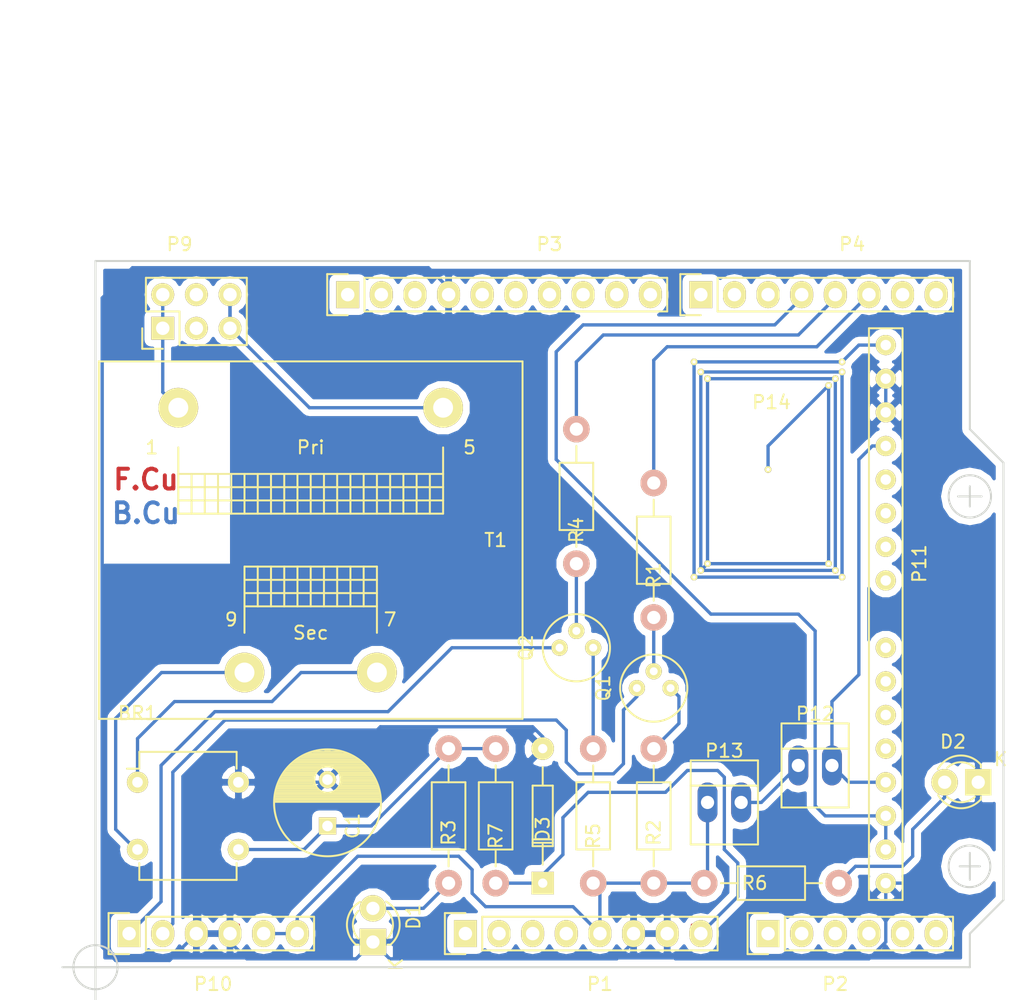
<source format=kicad_pcb>
(kicad_pcb (version 4) (host pcbnew 4.0.2+dfsg1-stable)

  (general
    (links 59)
    (no_connects 1)
    (area 56.287999 91.585 133.656094 149.82)
    (thickness 1.6)
    (drawings 33)
    (tracks 200)
    (zones 0)
    (modules 25)
    (nets 56)
  )

  (page A4)
  (layers
    (0 F.Cu signal)
    (31 B.Cu signal)
    (32 B.Adhes user)
    (33 F.Adhes user)
    (34 B.Paste user)
    (35 F.Paste user)
    (36 B.SilkS user)
    (37 F.SilkS user)
    (38 B.Mask user)
    (39 F.Mask user)
    (40 Dwgs.User user)
    (41 Cmts.User user)
    (42 Eco1.User user)
    (43 Eco2.User user)
    (44 Edge.Cuts user)
    (45 Margin user)
    (46 B.CrtYd user)
    (47 F.CrtYd user)
    (48 B.Fab user)
    (49 F.Fab user)
  )

  (setup
    (last_trace_width 0.25)
    (trace_clearance 0.2)
    (zone_clearance 0.508)
    (zone_45_only no)
    (trace_min 0.2)
    (segment_width 0.2)
    (edge_width 0.15)
    (via_size 0.6)
    (via_drill 0.4)
    (via_min_size 0.4)
    (via_min_drill 0.3)
    (uvia_size 0.3)
    (uvia_drill 0.1)
    (uvias_allowed no)
    (uvia_min_size 0.2)
    (uvia_min_drill 0.1)
    (pcb_text_width 0.3)
    (pcb_text_size 1.5 1.5)
    (mod_edge_width 0.15)
    (mod_text_size 1 1)
    (mod_text_width 0.15)
    (pad_size 1.524 1.524)
    (pad_drill 0.762)
    (pad_to_mask_clearance 0.2)
    (aux_axis_origin 0 0)
    (visible_elements 7FFFFFFF)
    (pcbplotparams
      (layerselection 0x20000_80000000)
      (usegerberextensions false)
      (excludeedgelayer true)
      (linewidth 0.100000)
      (plotframeref false)
      (viasonmask false)
      (mode 1)
      (useauxorigin false)
      (hpglpennumber 1)
      (hpglpenspeed 20)
      (hpglpendiameter 15)
      (hpglpenoverlay 2)
      (psnegative false)
      (psa4output false)
      (plotreference false)
      (plotvalue false)
      (plotinvisibletext false)
      (padsonsilk false)
      (subtractmaskfromsilk false)
      (outputformat 4)
      (mirror false)
      (drillshape 0)
      (scaleselection 1)
      (outputdirectory Gerber/))
  )

  (net 0 "")
  (net 1 "Net-(BR1-Pad1)")
  (net 2 "Net-(BR1-Pad2)")
  (net 3 /Vin)
  (net 4 GND)
  (net 5 "Net-(D1-Pad2)")
  (net 6 "Net-(P1-Pad1)")
  (net 7 "Net-(P1-Pad2)")
  (net 8 "Net-(P1-Pad3)")
  (net 9 "Net-(P1-Pad4)")
  (net 10 +5V)
  (net 11 /A0)
  (net 12 /A1)
  (net 13 /A2)
  (net 14 /A3)
  (net 15 /A4)
  (net 16 /A5)
  (net 17 "/A5(SCL)")
  (net 18 "/A4(SDA)")
  (net 19 /AREF)
  (net 20 "/13(SCK)")
  (net 21 "/12(MISO)")
  (net 22 "/11(**/MOSI)")
  (net 23 "/10(**/SS)")
  (net 24 "/9(**)")
  (net 25 /8)
  (net 26 /7)
  (net 27 "/6(**)")
  (net 28 "/5(**)")
  (net 29 /4)
  (net 30 "/3(**)")
  (net 31 /2)
  (net 32 "/1(Tx)")
  (net 33 "/0(Rx)")
  (net 34 "Net-(P9-Pad1)")
  (net 35 "Net-(P9-Pad3)")
  (net 36 "Net-(P9-Pad4)")
  (net 37 "Net-(P9-Pad5)")
  (net 38 /Control-0)
  (net 39 /Control-1)
  (net 40 "Net-(Q1-Pad2)")
  (net 41 "Net-(Q1-Pad1)")
  (net 42 "Net-(Q2-Pad2)")
  (net 43 "Net-(Q2-Pad1)")
  (net 44 "Net-(D2-Pad2)")
  (net 45 /Ant)
  (net 46 "Net-(P12-Pad1)")
  (net 47 "Net-(BR1-Pad3)")
  (net 48 "Net-(P11-Pad14)")
  (net 49 "Net-(P11-Pad13)")
  (net 50 "Net-(P11-Pad12)")
  (net 51 "Net-(P11-Pad11)")
  (net 52 "Net-(P11-Pad15)")
  (net 53 "Net-(P11-Pad16)")
  (net 54 "Net-(P11-Pad10)")
  (net 55 "Net-(P11-Pad9)")

  (net_class Default "This is the default net class."
    (clearance 0.2)
    (trace_width 0.25)
    (via_dia 0.6)
    (via_drill 0.4)
    (uvia_dia 0.3)
    (uvia_drill 0.1)
    (add_net +5V)
    (add_net "/0(Rx)")
    (add_net "/1(Tx)")
    (add_net "/10(**/SS)")
    (add_net "/11(**/MOSI)")
    (add_net "/12(MISO)")
    (add_net "/13(SCK)")
    (add_net /2)
    (add_net "/3(**)")
    (add_net /4)
    (add_net "/5(**)")
    (add_net "/6(**)")
    (add_net /7)
    (add_net /8)
    (add_net "/9(**)")
    (add_net /A0)
    (add_net /A1)
    (add_net /A2)
    (add_net /A3)
    (add_net /A4)
    (add_net "/A4(SDA)")
    (add_net /A5)
    (add_net "/A5(SCL)")
    (add_net /AREF)
    (add_net /Ant)
    (add_net /Control-0)
    (add_net /Control-1)
    (add_net /Vin)
    (add_net GND)
    (add_net "Net-(BR1-Pad1)")
    (add_net "Net-(BR1-Pad2)")
    (add_net "Net-(BR1-Pad3)")
    (add_net "Net-(D1-Pad2)")
    (add_net "Net-(D2-Pad2)")
    (add_net "Net-(P1-Pad1)")
    (add_net "Net-(P1-Pad2)")
    (add_net "Net-(P1-Pad3)")
    (add_net "Net-(P1-Pad4)")
    (add_net "Net-(P11-Pad10)")
    (add_net "Net-(P11-Pad11)")
    (add_net "Net-(P11-Pad12)")
    (add_net "Net-(P11-Pad13)")
    (add_net "Net-(P11-Pad14)")
    (add_net "Net-(P11-Pad15)")
    (add_net "Net-(P11-Pad16)")
    (add_net "Net-(P11-Pad9)")
    (add_net "Net-(P12-Pad1)")
    (add_net "Net-(P9-Pad1)")
    (add_net "Net-(P9-Pad3)")
    (add_net "Net-(P9-Pad4)")
    (add_net "Net-(P9-Pad5)")
    (add_net "Net-(Q1-Pad1)")
    (add_net "Net-(Q1-Pad2)")
    (add_net "Net-(Q2-Pad1)")
    (add_net "Net-(Q2-Pad2)")
  )

  (module Resistors_ThroughHole:Resistor_Horizontal_RM10mm (layer F.Cu) (tedit 57B1C52C) (tstamp 57ADCED9)
    (at 90.17 130.81 270)
    (descr "Resistor, Axial,  RM 10mm, 1/3W")
    (tags "Resistor Axial RM 10mm 1/3W")
    (path /57A31C4C)
    (fp_text reference R3 (at 6.35 0 270) (layer F.SilkS)
      (effects (font (size 1 1) (thickness 0.15)))
    )
    (fp_text value 2.2K (at 3.81 0 270) (layer F.Fab)
      (effects (font (size 1 1) (thickness 0.15)))
    )
    (fp_line (start -1.25 -1.5) (end 11.4 -1.5) (layer F.CrtYd) (width 0.05))
    (fp_line (start -1.25 1.5) (end -1.25 -1.5) (layer F.CrtYd) (width 0.05))
    (fp_line (start 11.4 -1.5) (end 11.4 1.5) (layer F.CrtYd) (width 0.05))
    (fp_line (start -1.25 1.5) (end 11.4 1.5) (layer F.CrtYd) (width 0.05))
    (fp_line (start 2.54 -1.27) (end 7.62 -1.27) (layer F.SilkS) (width 0.15))
    (fp_line (start 7.62 -1.27) (end 7.62 1.27) (layer F.SilkS) (width 0.15))
    (fp_line (start 7.62 1.27) (end 2.54 1.27) (layer F.SilkS) (width 0.15))
    (fp_line (start 2.54 1.27) (end 2.54 -1.27) (layer F.SilkS) (width 0.15))
    (fp_line (start 2.54 0) (end 1.27 0) (layer F.SilkS) (width 0.15))
    (fp_line (start 7.62 0) (end 8.89 0) (layer F.SilkS) (width 0.15))
    (pad 1 thru_hole circle (at 0 0 270) (size 1.99898 1.99898) (drill 1.00076) (layers *.Cu *.SilkS *.Mask)
      (net 47 "Net-(BR1-Pad3)"))
    (pad 2 thru_hole circle (at 10.16 0 270) (size 1.99898 1.99898) (drill 1.00076) (layers *.Cu *.SilkS *.Mask)
      (net 5 "Net-(D1-Pad2)"))
    (model Resistors_ThroughHole.3dshapes/Resistor_Horizontal_RM10mm.wrl
      (at (xyz 0 0 0))
      (scale (xyz 0.4 0.4 0.4))
      (rotate (xyz 0 0 0))
    )
  )

  (module Resistors_ThroughHole:Resistor_Horizontal_RM10mm (layer F.Cu) (tedit 57E2A295) (tstamp 57ADCEF9)
    (at 101.092 140.97 90)
    (descr "Resistor, Axial,  RM 10mm, 1/3W")
    (tags "Resistor Axial RM 10mm 1/3W")
    (path /57A30AEB)
    (fp_text reference R5 (at 3.556 0 90) (layer F.SilkS)
      (effects (font (size 1 1) (thickness 0.15)))
    )
    (fp_text value 10K (at 6.35 0 90) (layer F.Fab)
      (effects (font (size 1 1) (thickness 0.15)))
    )
    (fp_line (start -1.25 -1.5) (end 11.4 -1.5) (layer F.CrtYd) (width 0.05))
    (fp_line (start -1.25 1.5) (end -1.25 -1.5) (layer F.CrtYd) (width 0.05))
    (fp_line (start 11.4 -1.5) (end 11.4 1.5) (layer F.CrtYd) (width 0.05))
    (fp_line (start -1.25 1.5) (end 11.4 1.5) (layer F.CrtYd) (width 0.05))
    (fp_line (start 2.54 -1.27) (end 7.62 -1.27) (layer F.SilkS) (width 0.15))
    (fp_line (start 7.62 -1.27) (end 7.62 1.27) (layer F.SilkS) (width 0.15))
    (fp_line (start 7.62 1.27) (end 2.54 1.27) (layer F.SilkS) (width 0.15))
    (fp_line (start 2.54 1.27) (end 2.54 -1.27) (layer F.SilkS) (width 0.15))
    (fp_line (start 2.54 0) (end 1.27 0) (layer F.SilkS) (width 0.15))
    (fp_line (start 7.62 0) (end 8.89 0) (layer F.SilkS) (width 0.15))
    (pad 1 thru_hole circle (at 0 0 90) (size 1.99898 1.99898) (drill 1.00076) (layers *.Cu *.SilkS *.Mask)
      (net 10 +5V))
    (pad 2 thru_hole circle (at 10.16 0 90) (size 1.99898 1.99898) (drill 1.00076) (layers *.Cu *.SilkS *.Mask)
      (net 43 "Net-(Q2-Pad1)"))
    (model Resistors_ThroughHole.3dshapes/Resistor_Horizontal_RM10mm.wrl
      (at (xyz 0 0 0))
      (scale (xyz 0.4 0.4 0.4))
      (rotate (xyz 0 0 0))
    )
  )

  (module Resistors_ThroughHole:Resistor_Horizontal_RM10mm (layer F.Cu) (tedit 57B2DEB2) (tstamp 57ADCEE9)
    (at 99.822 116.84 90)
    (descr "Resistor, Axial,  RM 10mm, 1/3W")
    (tags "Resistor Axial RM 10mm 1/3W")
    (path /57A308CE)
    (fp_text reference R4 (at 2.54 0 90) (layer F.SilkS)
      (effects (font (size 1 1) (thickness 0.15)))
    )
    (fp_text value 220K (at 5.715 0 90) (layer F.Fab)
      (effects (font (size 1 1) (thickness 0.15)))
    )
    (fp_line (start -1.25 -1.5) (end 11.4 -1.5) (layer F.CrtYd) (width 0.05))
    (fp_line (start -1.25 1.5) (end -1.25 -1.5) (layer F.CrtYd) (width 0.05))
    (fp_line (start 11.4 -1.5) (end 11.4 1.5) (layer F.CrtYd) (width 0.05))
    (fp_line (start -1.25 1.5) (end 11.4 1.5) (layer F.CrtYd) (width 0.05))
    (fp_line (start 2.54 -1.27) (end 7.62 -1.27) (layer F.SilkS) (width 0.15))
    (fp_line (start 7.62 -1.27) (end 7.62 1.27) (layer F.SilkS) (width 0.15))
    (fp_line (start 7.62 1.27) (end 2.54 1.27) (layer F.SilkS) (width 0.15))
    (fp_line (start 2.54 1.27) (end 2.54 -1.27) (layer F.SilkS) (width 0.15))
    (fp_line (start 2.54 0) (end 1.27 0) (layer F.SilkS) (width 0.15))
    (fp_line (start 7.62 0) (end 8.89 0) (layer F.SilkS) (width 0.15))
    (pad 1 thru_hole circle (at 0 0 90) (size 1.99898 1.99898) (drill 1.00076) (layers *.Cu *.SilkS *.Mask)
      (net 42 "Net-(Q2-Pad2)"))
    (pad 2 thru_hole circle (at 10.16 0 90) (size 1.99898 1.99898) (drill 1.00076) (layers *.Cu *.SilkS *.Mask)
      (net 30 "/3(**)"))
    (model Resistors_ThroughHole.3dshapes/Resistor_Horizontal_RM10mm.wrl
      (at (xyz 0 0 0))
      (scale (xyz 0.4 0.4 0.4))
      (rotate (xyz 0 0 0))
    )
  )

  (module Resistors_ThroughHole:Resistor_Horizontal_RM10mm (layer F.Cu) (tedit 57E2A2A5) (tstamp 57ADCEC9)
    (at 105.664 140.97 90)
    (descr "Resistor, Axial,  RM 10mm, 1/3W")
    (tags "Resistor Axial RM 10mm 1/3W")
    (path /57A4DAB6)
    (fp_text reference R2 (at 3.81 0 90) (layer F.SilkS)
      (effects (font (size 1 1) (thickness 0.15)))
    )
    (fp_text value 10K (at 6.35 0 90) (layer F.Fab)
      (effects (font (size 1 1) (thickness 0.15)))
    )
    (fp_line (start -1.25 -1.5) (end 11.4 -1.5) (layer F.CrtYd) (width 0.05))
    (fp_line (start -1.25 1.5) (end -1.25 -1.5) (layer F.CrtYd) (width 0.05))
    (fp_line (start 11.4 -1.5) (end 11.4 1.5) (layer F.CrtYd) (width 0.05))
    (fp_line (start -1.25 1.5) (end 11.4 1.5) (layer F.CrtYd) (width 0.05))
    (fp_line (start 2.54 -1.27) (end 7.62 -1.27) (layer F.SilkS) (width 0.15))
    (fp_line (start 7.62 -1.27) (end 7.62 1.27) (layer F.SilkS) (width 0.15))
    (fp_line (start 7.62 1.27) (end 2.54 1.27) (layer F.SilkS) (width 0.15))
    (fp_line (start 2.54 1.27) (end 2.54 -1.27) (layer F.SilkS) (width 0.15))
    (fp_line (start 2.54 0) (end 1.27 0) (layer F.SilkS) (width 0.15))
    (fp_line (start 7.62 0) (end 8.89 0) (layer F.SilkS) (width 0.15))
    (pad 1 thru_hole circle (at 0 0 90) (size 1.99898 1.99898) (drill 1.00076) (layers *.Cu *.SilkS *.Mask)
      (net 10 +5V))
    (pad 2 thru_hole circle (at 10.16 0 90) (size 1.99898 1.99898) (drill 1.00076) (layers *.Cu *.SilkS *.Mask)
      (net 41 "Net-(Q1-Pad1)"))
    (model Resistors_ThroughHole.3dshapes/Resistor_Horizontal_RM10mm.wrl
      (at (xyz 0 0 0))
      (scale (xyz 0.4 0.4 0.4))
      (rotate (xyz 0 0 0))
    )
  )

  (module Resistors_ThroughHole:Resistor_Horizontal_RM10mm (layer F.Cu) (tedit 57B2DEDE) (tstamp 57ADCEB9)
    (at 105.664 120.904 90)
    (descr "Resistor, Axial,  RM 10mm, 1/3W")
    (tags "Resistor Axial RM 10mm 1/3W")
    (path /57A4DAB0)
    (fp_text reference R1 (at 3.175 0 90) (layer F.SilkS)
      (effects (font (size 1 1) (thickness 0.15)))
    )
    (fp_text value 220K (at 5.715 0 90) (layer F.Fab)
      (effects (font (size 1 1) (thickness 0.15)))
    )
    (fp_line (start -1.25 -1.5) (end 11.4 -1.5) (layer F.CrtYd) (width 0.05))
    (fp_line (start -1.25 1.5) (end -1.25 -1.5) (layer F.CrtYd) (width 0.05))
    (fp_line (start 11.4 -1.5) (end 11.4 1.5) (layer F.CrtYd) (width 0.05))
    (fp_line (start -1.25 1.5) (end 11.4 1.5) (layer F.CrtYd) (width 0.05))
    (fp_line (start 2.54 -1.27) (end 7.62 -1.27) (layer F.SilkS) (width 0.15))
    (fp_line (start 7.62 -1.27) (end 7.62 1.27) (layer F.SilkS) (width 0.15))
    (fp_line (start 7.62 1.27) (end 2.54 1.27) (layer F.SilkS) (width 0.15))
    (fp_line (start 2.54 1.27) (end 2.54 -1.27) (layer F.SilkS) (width 0.15))
    (fp_line (start 2.54 0) (end 1.27 0) (layer F.SilkS) (width 0.15))
    (fp_line (start 7.62 0) (end 8.89 0) (layer F.SilkS) (width 0.15))
    (pad 1 thru_hole circle (at 0 0 90) (size 1.99898 1.99898) (drill 1.00076) (layers *.Cu *.SilkS *.Mask)
      (net 40 "Net-(Q1-Pad2)"))
    (pad 2 thru_hole circle (at 10.16 0 90) (size 1.99898 1.99898) (drill 1.00076) (layers *.Cu *.SilkS *.Mask)
      (net 31 /2))
    (model Resistors_ThroughHole.3dshapes/Resistor_Horizontal_RM10mm.wrl
      (at (xyz 0 0 0))
      (scale (xyz 0.4 0.4 0.4))
      (rotate (xyz 0 0 0))
    )
  )

  (module LEDs:LED-3MM (layer F.Cu) (tedit 559B82F6) (tstamp 57ADCE0D)
    (at 84.455 145.415 90)
    (descr "LED 3mm round vertical")
    (tags "LED  3mm round vertical")
    (path /57A31CE3)
    (fp_text reference D1 (at 1.91 3.06 90) (layer F.SilkS)
      (effects (font (size 1 1) (thickness 0.15)))
    )
    (fp_text value Jaune (at 1.3 -2.9 90) (layer F.Fab)
      (effects (font (size 1 1) (thickness 0.15)))
    )
    (fp_line (start -1.2 2.3) (end 3.8 2.3) (layer F.CrtYd) (width 0.05))
    (fp_line (start 3.8 2.3) (end 3.8 -2.2) (layer F.CrtYd) (width 0.05))
    (fp_line (start 3.8 -2.2) (end -1.2 -2.2) (layer F.CrtYd) (width 0.05))
    (fp_line (start -1.2 -2.2) (end -1.2 2.3) (layer F.CrtYd) (width 0.05))
    (fp_line (start -0.199 1.314) (end -0.199 1.114) (layer F.SilkS) (width 0.15))
    (fp_line (start -0.199 -1.28) (end -0.199 -1.1) (layer F.SilkS) (width 0.15))
    (fp_arc (start 1.301 0.034) (end -0.199 -1.286) (angle 108.5) (layer F.SilkS) (width 0.15))
    (fp_arc (start 1.301 0.034) (end 0.25 -1.1) (angle 85.7) (layer F.SilkS) (width 0.15))
    (fp_arc (start 1.311 0.034) (end 3.051 0.994) (angle 110) (layer F.SilkS) (width 0.15))
    (fp_arc (start 1.301 0.034) (end 2.335 1.094) (angle 87.5) (layer F.SilkS) (width 0.15))
    (fp_text user K (at -1.69 1.74 90) (layer F.SilkS)
      (effects (font (size 1 1) (thickness 0.15)))
    )
    (pad 1 thru_hole rect (at 0 0 180) (size 2 2) (drill 1.00076) (layers *.Cu *.Mask F.SilkS)
      (net 4 GND))
    (pad 2 thru_hole circle (at 2.54 0 90) (size 2 2) (drill 1.00076) (layers *.Cu *.Mask F.SilkS)
      (net 5 "Net-(D1-Pad2)"))
    (model LEDs.3dshapes/LED-3MM.wrl
      (at (xyz 0.05 0 0))
      (scale (xyz 1 1 1))
      (rotate (xyz 0 0 90))
    )
  )

  (module Capacitors_ThroughHole:C_Radial_D8_L11.5_P3.5 (layer F.Cu) (tedit 57B1C43D) (tstamp 57ADCDFC)
    (at 81.026 136.652 90)
    (descr "Radial Electrolytic Capacitor Diameter 8mm x Length 11.5mm, Pitch 3.5mm")
    (tags "Electrolytic Capacitor")
    (path /57A3139B)
    (fp_text reference C1 (at 0 1.905 90) (layer F.SilkS)
      (effects (font (size 1 1) (thickness 0.15)))
    )
    (fp_text value "100 mF" (at 1.75 5.3 90) (layer F.Fab)
      (effects (font (size 1 1) (thickness 0.15)))
    )
    (fp_line (start 1.825 -3.999) (end 1.825 3.999) (layer F.SilkS) (width 0.15))
    (fp_line (start 1.965 -3.994) (end 1.965 3.994) (layer F.SilkS) (width 0.15))
    (fp_line (start 2.105 -3.984) (end 2.105 3.984) (layer F.SilkS) (width 0.15))
    (fp_line (start 2.245 -3.969) (end 2.245 3.969) (layer F.SilkS) (width 0.15))
    (fp_line (start 2.385 -3.949) (end 2.385 3.949) (layer F.SilkS) (width 0.15))
    (fp_line (start 2.525 -3.924) (end 2.525 -0.222) (layer F.SilkS) (width 0.15))
    (fp_line (start 2.525 0.222) (end 2.525 3.924) (layer F.SilkS) (width 0.15))
    (fp_line (start 2.665 -3.894) (end 2.665 -0.55) (layer F.SilkS) (width 0.15))
    (fp_line (start 2.665 0.55) (end 2.665 3.894) (layer F.SilkS) (width 0.15))
    (fp_line (start 2.805 -3.858) (end 2.805 -0.719) (layer F.SilkS) (width 0.15))
    (fp_line (start 2.805 0.719) (end 2.805 3.858) (layer F.SilkS) (width 0.15))
    (fp_line (start 2.945 -3.817) (end 2.945 -0.832) (layer F.SilkS) (width 0.15))
    (fp_line (start 2.945 0.832) (end 2.945 3.817) (layer F.SilkS) (width 0.15))
    (fp_line (start 3.085 -3.771) (end 3.085 -0.91) (layer F.SilkS) (width 0.15))
    (fp_line (start 3.085 0.91) (end 3.085 3.771) (layer F.SilkS) (width 0.15))
    (fp_line (start 3.225 -3.718) (end 3.225 -0.961) (layer F.SilkS) (width 0.15))
    (fp_line (start 3.225 0.961) (end 3.225 3.718) (layer F.SilkS) (width 0.15))
    (fp_line (start 3.365 -3.659) (end 3.365 -0.991) (layer F.SilkS) (width 0.15))
    (fp_line (start 3.365 0.991) (end 3.365 3.659) (layer F.SilkS) (width 0.15))
    (fp_line (start 3.505 -3.594) (end 3.505 -1) (layer F.SilkS) (width 0.15))
    (fp_line (start 3.505 1) (end 3.505 3.594) (layer F.SilkS) (width 0.15))
    (fp_line (start 3.645 -3.523) (end 3.645 -0.989) (layer F.SilkS) (width 0.15))
    (fp_line (start 3.645 0.989) (end 3.645 3.523) (layer F.SilkS) (width 0.15))
    (fp_line (start 3.785 -3.444) (end 3.785 -0.959) (layer F.SilkS) (width 0.15))
    (fp_line (start 3.785 0.959) (end 3.785 3.444) (layer F.SilkS) (width 0.15))
    (fp_line (start 3.925 -3.357) (end 3.925 -0.905) (layer F.SilkS) (width 0.15))
    (fp_line (start 3.925 0.905) (end 3.925 3.357) (layer F.SilkS) (width 0.15))
    (fp_line (start 4.065 -3.262) (end 4.065 -0.825) (layer F.SilkS) (width 0.15))
    (fp_line (start 4.065 0.825) (end 4.065 3.262) (layer F.SilkS) (width 0.15))
    (fp_line (start 4.205 -3.158) (end 4.205 -0.709) (layer F.SilkS) (width 0.15))
    (fp_line (start 4.205 0.709) (end 4.205 3.158) (layer F.SilkS) (width 0.15))
    (fp_line (start 4.345 -3.044) (end 4.345 -0.535) (layer F.SilkS) (width 0.15))
    (fp_line (start 4.345 0.535) (end 4.345 3.044) (layer F.SilkS) (width 0.15))
    (fp_line (start 4.485 -2.919) (end 4.485 -0.173) (layer F.SilkS) (width 0.15))
    (fp_line (start 4.485 0.173) (end 4.485 2.919) (layer F.SilkS) (width 0.15))
    (fp_line (start 4.625 -2.781) (end 4.625 2.781) (layer F.SilkS) (width 0.15))
    (fp_line (start 4.765 -2.629) (end 4.765 2.629) (layer F.SilkS) (width 0.15))
    (fp_line (start 4.905 -2.459) (end 4.905 2.459) (layer F.SilkS) (width 0.15))
    (fp_line (start 5.045 -2.268) (end 5.045 2.268) (layer F.SilkS) (width 0.15))
    (fp_line (start 5.185 -2.05) (end 5.185 2.05) (layer F.SilkS) (width 0.15))
    (fp_line (start 5.325 -1.794) (end 5.325 1.794) (layer F.SilkS) (width 0.15))
    (fp_line (start 5.465 -1.483) (end 5.465 1.483) (layer F.SilkS) (width 0.15))
    (fp_line (start 5.605 -1.067) (end 5.605 1.067) (layer F.SilkS) (width 0.15))
    (fp_line (start 5.745 -0.2) (end 5.745 0.2) (layer F.SilkS) (width 0.15))
    (fp_circle (center 3.5 0) (end 3.5 -1) (layer F.SilkS) (width 0.15))
    (fp_circle (center 1.75 0) (end 1.75 -4.0375) (layer F.SilkS) (width 0.15))
    (fp_circle (center 1.75 0) (end 1.75 -4.3) (layer F.CrtYd) (width 0.05))
    (pad 2 thru_hole circle (at 3.5 0 90) (size 1.3 1.3) (drill 0.8) (layers *.Cu *.Mask F.SilkS)
      (net 4 GND))
    (pad 1 thru_hole rect (at 0 0 90) (size 1.3 1.3) (drill 0.8) (layers *.Cu *.Mask F.SilkS)
      (net 47 "Net-(BR1-Pad3)"))
    (model Capacitors_ThroughHole.3dshapes/C_Radial_D8_L11.5_P3.5.wrl
      (at (xyz 0 0 0))
      (scale (xyz 1 1 1))
      (rotate (xyz 0 0 0))
    )
  )

  (module Transfo:Tr1 (layer F.Cu) (tedit 57B2DEF9) (tstamp 57ADCF3F)
    (at 79.756 115.062 270)
    (descr "Trafo, Printtrafo, CHK, EI30, 2VA, 1x Sec,")
    (tags "Trafo, Printtrafo, CHK, EI30, 2VA, 1x Sec,")
    (path /57A3118C)
    (fp_text reference T1 (at 0 -13.97 360) (layer F.SilkS)
      (effects (font (size 1 1) (thickness 0.15)))
    )
    (fp_text value "9V - 1VA" (at 0 0 360) (layer F.Fab)
      (effects (font (size 1 1) (thickness 0.15)))
    )
    (fp_text user Sec (at 7.00024 0 360) (layer F.SilkS)
      (effects (font (size 1 1) (thickness 0.15)))
    )
    (fp_text user Pri (at -7.00024 0 360) (layer F.SilkS)
      (effects (font (size 1 1) (thickness 0.15)))
    )
    (fp_text user 9 (at 5.99948 6.00202 360) (layer F.SilkS)
      (effects (font (size 1 1) (thickness 0.15)))
    )
    (fp_text user 7 (at 5.99948 -5.99948 360) (layer F.SilkS)
      (effects (font (size 1 1) (thickness 0.15)))
    )
    (fp_line (start 1.99898 4.0005) (end 5.00126 4.0005) (layer F.SilkS) (width 0.15))
    (fp_line (start 5.00126 2.99974) (end 1.99898 2.99974) (layer F.SilkS) (width 0.15))
    (fp_line (start 1.99898 1.99898) (end 5.00126 1.99898) (layer F.SilkS) (width 0.15))
    (fp_line (start 5.00126 1.00076) (end 1.99898 1.00076) (layer F.SilkS) (width 0.15))
    (fp_line (start 1.99898 0) (end 5.00126 0) (layer F.SilkS) (width 0.15))
    (fp_line (start 5.00126 -1.00076) (end 1.99898 -1.00076) (layer F.SilkS) (width 0.15))
    (fp_line (start 1.99898 -1.99898) (end 5.00126 -1.99898) (layer F.SilkS) (width 0.15))
    (fp_line (start 5.00126 -2.99974) (end 1.99898 -2.99974) (layer F.SilkS) (width 0.15))
    (fp_line (start 1.99898 -4.0005) (end 5.00126 -4.0005) (layer F.SilkS) (width 0.15))
    (fp_line (start 2.99974 -5.00126) (end 1.99898 -5.00126) (layer F.SilkS) (width 0.15))
    (fp_line (start 1.99898 -5.00126) (end 1.99898 5.00126) (layer F.SilkS) (width 0.15))
    (fp_line (start 1.99898 5.00126) (end 2.99974 5.00126) (layer F.SilkS) (width 0.15))
    (fp_line (start 4.0005 -5.00126) (end 2.99974 -5.00126) (layer F.SilkS) (width 0.15))
    (fp_line (start 2.99974 -5.00126) (end 2.99974 5.00126) (layer F.SilkS) (width 0.15))
    (fp_line (start 2.99974 5.00126) (end 4.0005 5.00126) (layer F.SilkS) (width 0.15))
    (fp_line (start 5.00126 -5.00126) (end 4.0005 -5.00126) (layer F.SilkS) (width 0.15))
    (fp_line (start 4.0005 -5.00126) (end 4.0005 5.00126) (layer F.SilkS) (width 0.15))
    (fp_line (start 4.0005 5.00126) (end 5.00126 5.00126) (layer F.SilkS) (width 0.15))
    (fp_line (start 7.00024 -5.00126) (end 5.00126 -5.00126) (layer F.SilkS) (width 0.15))
    (fp_line (start 5.00126 -5.00126) (end 5.00126 5.00126) (layer F.SilkS) (width 0.15))
    (fp_line (start 5.00126 5.00126) (end 7.00024 5.00126) (layer F.SilkS) (width 0.15))
    (fp_line (start -5.00126 8.99922) (end -1.99898 8.99922) (layer F.SilkS) (width 0.15))
    (fp_line (start -1.99898 8.001) (end -5.00126 8.001) (layer F.SilkS) (width 0.15))
    (fp_line (start -5.00126 7.00024) (end -1.99898 7.00024) (layer F.SilkS) (width 0.15))
    (fp_line (start -1.99898 5.99948) (end -5.00126 5.99948) (layer F.SilkS) (width 0.15))
    (fp_line (start -5.00126 5.00126) (end -1.99898 5.00126) (layer F.SilkS) (width 0.15))
    (fp_line (start -1.99898 4.0005) (end -5.00126 4.0005) (layer F.SilkS) (width 0.15))
    (fp_line (start -5.00126 2.99974) (end -1.99898 2.99974) (layer F.SilkS) (width 0.15))
    (fp_line (start -1.99898 1.99898) (end -5.00126 1.99898) (layer F.SilkS) (width 0.15))
    (fp_line (start -5.00126 1.00076) (end -1.99898 1.00076) (layer F.SilkS) (width 0.15))
    (fp_line (start -1.99898 0) (end -5.00126 0) (layer F.SilkS) (width 0.15))
    (fp_line (start -5.00126 -1.00076) (end -1.99898 -1.00076) (layer F.SilkS) (width 0.15))
    (fp_line (start -1.99898 -1.99898) (end -5.00126 -1.99898) (layer F.SilkS) (width 0.15))
    (fp_line (start -5.00126 -2.99974) (end -1.99898 -2.99974) (layer F.SilkS) (width 0.15))
    (fp_line (start -1.99898 -4.0005) (end -5.00126 -4.0005) (layer F.SilkS) (width 0.15))
    (fp_line (start -5.00126 -5.00126) (end -1.99898 -5.00126) (layer F.SilkS) (width 0.15))
    (fp_line (start -1.99898 -5.99948) (end -5.00126 -5.99948) (layer F.SilkS) (width 0.15))
    (fp_line (start -5.00126 -7.00024) (end -1.99898 -7.00024) (layer F.SilkS) (width 0.15))
    (fp_line (start -1.99898 -8.001) (end -5.00126 -8.001) (layer F.SilkS) (width 0.15))
    (fp_line (start -5.00126 -8.99922) (end -1.99898 -8.99922) (layer F.SilkS) (width 0.15))
    (fp_line (start -2.99974 -9.99998) (end -1.99898 -9.99998) (layer F.SilkS) (width 0.15))
    (fp_line (start -1.99898 -9.99998) (end -1.99898 9.99998) (layer F.SilkS) (width 0.15))
    (fp_line (start -1.99898 9.99998) (end -2.99974 9.99998) (layer F.SilkS) (width 0.15))
    (fp_line (start -4.0005 -9.99998) (end -2.99974 -9.99998) (layer F.SilkS) (width 0.15))
    (fp_line (start -2.99974 -9.99998) (end -2.99974 9.99998) (layer F.SilkS) (width 0.15))
    (fp_line (start -2.99974 9.99998) (end -4.0005 9.99998) (layer F.SilkS) (width 0.15))
    (fp_line (start -5.00126 -9.99998) (end -4.0005 -9.99998) (layer F.SilkS) (width 0.15))
    (fp_line (start -4.0005 -9.99998) (end -4.0005 9.99998) (layer F.SilkS) (width 0.15))
    (fp_line (start -4.0005 9.99998) (end -5.00126 9.99998) (layer F.SilkS) (width 0.15))
    (fp_line (start -7.00024 -9.99998) (end -5.00126 -9.99998) (layer F.SilkS) (width 0.15))
    (fp_line (start -5.00126 -9.99998) (end -5.00126 9.99998) (layer F.SilkS) (width 0.15))
    (fp_line (start -5.00126 9.99998) (end -7.00024 9.99998) (layer F.SilkS) (width 0.15))
    (fp_text user 5 (at -7.00024 -11.99896 360) (layer F.SilkS)
      (effects (font (size 1 1) (thickness 0.15)))
    )
    (fp_text user 1 (at -7.00024 11.99896 360) (layer F.SilkS)
      (effects (font (size 1 1) (thickness 0.15)))
    )
    (fp_line (start -13.5001 15.99946) (end 13.5001 15.99946) (layer F.SilkS) (width 0.15))
    (fp_line (start 13.5001 15.99946) (end 13.5001 -15.99946) (layer F.SilkS) (width 0.15))
    (fp_line (start 13.5001 -15.99946) (end -13.5001 -15.99946) (layer F.SilkS) (width 0.15))
    (fp_line (start -13.5001 -15.99946) (end -13.5001 15.99946) (layer F.SilkS) (width 0.15))
    (pad 1 thru_hole circle (at -9.99998 9.99998 270) (size 2.99974 2.99974) (drill 1.50114) (layers *.Cu *.Mask F.SilkS)
      (net 34 "Net-(P9-Pad1)"))
    (pad 2 thru_hole circle (at -9.99998 -9.99998 270) (size 2.99974 2.99974) (drill 1.50114) (layers *.Cu *.Mask F.SilkS)
      (net 37 "Net-(P9-Pad5)"))
    (pad 4 thru_hole circle (at 9.99998 -5.00126 270) (size 2.99974 2.99974) (drill 1.50114) (layers *.Cu *.Mask F.SilkS)
      (net 1 "Net-(BR1-Pad1)"))
    (pad 3 thru_hole circle (at 9.99998 5.00126 270) (size 2.99974 2.99974) (drill 1.50114) (layers *.Cu *.Mask F.SilkS)
      (net 2 "Net-(BR1-Pad2)"))
  )

  (module LEDs:LED-3MM (layer F.Cu) (tedit 559B82F6) (tstamp 57B2DC7F)
    (at 130.175 133.35 180)
    (descr "LED 3mm round vertical")
    (tags "LED  3mm round vertical")
    (path /57B2E45E)
    (fp_text reference D2 (at 1.91 3.06 180) (layer F.SilkS)
      (effects (font (size 1 1) (thickness 0.15)))
    )
    (fp_text value Verte (at 1.3 -2.9 180) (layer F.Fab)
      (effects (font (size 1 1) (thickness 0.15)))
    )
    (fp_line (start -1.2 2.3) (end 3.8 2.3) (layer F.CrtYd) (width 0.05))
    (fp_line (start 3.8 2.3) (end 3.8 -2.2) (layer F.CrtYd) (width 0.05))
    (fp_line (start 3.8 -2.2) (end -1.2 -2.2) (layer F.CrtYd) (width 0.05))
    (fp_line (start -1.2 -2.2) (end -1.2 2.3) (layer F.CrtYd) (width 0.05))
    (fp_line (start -0.199 1.314) (end -0.199 1.114) (layer F.SilkS) (width 0.15))
    (fp_line (start -0.199 -1.28) (end -0.199 -1.1) (layer F.SilkS) (width 0.15))
    (fp_arc (start 1.301 0.034) (end -0.199 -1.286) (angle 108.5) (layer F.SilkS) (width 0.15))
    (fp_arc (start 1.301 0.034) (end 0.25 -1.1) (angle 85.7) (layer F.SilkS) (width 0.15))
    (fp_arc (start 1.311 0.034) (end 3.051 0.994) (angle 110) (layer F.SilkS) (width 0.15))
    (fp_arc (start 1.301 0.034) (end 2.335 1.094) (angle 87.5) (layer F.SilkS) (width 0.15))
    (fp_text user K (at -1.69 1.74 180) (layer F.SilkS)
      (effects (font (size 1 1) (thickness 0.15)))
    )
    (pad 1 thru_hole rect (at 0 0 270) (size 2 2) (drill 1.00076) (layers *.Cu *.Mask F.SilkS)
      (net 4 GND))
    (pad 2 thru_hole circle (at 2.54 0 180) (size 2 2) (drill 1.00076) (layers *.Cu *.Mask F.SilkS)
      (net 44 "Net-(D2-Pad2)"))
    (model LEDs.3dshapes/LED-3MM.wrl
      (at (xyz 0.05 0 0))
      (scale (xyz 1 1 1))
      (rotate (xyz 0 0 90))
    )
  )

  (module Resistors_ThroughHole:Resistor_Horizontal_RM10mm (layer F.Cu) (tedit 57B2DDBE) (tstamp 57B2DC8F)
    (at 109.474 140.97)
    (descr "Resistor, Axial,  RM 10mm, 1/3W")
    (tags "Resistor Axial RM 10mm 1/3W")
    (path /57B2E3A4)
    (fp_text reference R6 (at 3.81 0) (layer F.SilkS)
      (effects (font (size 1 1) (thickness 0.15)))
    )
    (fp_text value 1K (at 6.35 0) (layer F.Fab)
      (effects (font (size 1 1) (thickness 0.15)))
    )
    (fp_line (start -1.25 -1.5) (end 11.4 -1.5) (layer F.CrtYd) (width 0.05))
    (fp_line (start -1.25 1.5) (end -1.25 -1.5) (layer F.CrtYd) (width 0.05))
    (fp_line (start 11.4 -1.5) (end 11.4 1.5) (layer F.CrtYd) (width 0.05))
    (fp_line (start -1.25 1.5) (end 11.4 1.5) (layer F.CrtYd) (width 0.05))
    (fp_line (start 2.54 -1.27) (end 7.62 -1.27) (layer F.SilkS) (width 0.15))
    (fp_line (start 7.62 -1.27) (end 7.62 1.27) (layer F.SilkS) (width 0.15))
    (fp_line (start 7.62 1.27) (end 2.54 1.27) (layer F.SilkS) (width 0.15))
    (fp_line (start 2.54 1.27) (end 2.54 -1.27) (layer F.SilkS) (width 0.15))
    (fp_line (start 2.54 0) (end 1.27 0) (layer F.SilkS) (width 0.15))
    (fp_line (start 7.62 0) (end 8.89 0) (layer F.SilkS) (width 0.15))
    (pad 1 thru_hole circle (at 0 0) (size 1.99898 1.99898) (drill 1.00076) (layers *.Cu *.SilkS *.Mask)
      (net 10 +5V))
    (pad 2 thru_hole circle (at 10.16 0) (size 1.99898 1.99898) (drill 1.00076) (layers *.Cu *.SilkS *.Mask)
      (net 44 "Net-(D2-Pad2)"))
    (model Resistors_ThroughHole.3dshapes/Resistor_Horizontal_RM10mm.wrl
      (at (xyz 0 0 0))
      (scale (xyz 0.4 0.4 0.4))
      (rotate (xyz 0 0 0))
    )
  )

  (module Connect:PINHEAD1-2 (layer F.Cu) (tedit 57B6CBC4) (tstamp 57B6DE28)
    (at 110.998 134.874)
    (path /57B6CF90)
    (attr virtual)
    (fp_text reference P13 (at 0 -3.9) (layer F.SilkS)
      (effects (font (size 1 1) (thickness 0.15)))
    )
    (fp_text value 01X02 (at 0 2.54) (layer F.Fab)
      (effects (font (size 1 1) (thickness 0.15)))
    )
    (fp_line (start 2.54 -1.27) (end -2.54 -1.27) (layer F.SilkS) (width 0.15))
    (fp_line (start 2.54 3.175) (end -2.54 3.175) (layer F.SilkS) (width 0.15))
    (fp_line (start -2.54 -3.175) (end 2.54 -3.175) (layer F.SilkS) (width 0.15))
    (fp_line (start -2.54 -3.175) (end -2.54 3.175) (layer F.SilkS) (width 0.15))
    (fp_line (start 2.54 -3.175) (end 2.54 3.175) (layer F.SilkS) (width 0.15))
    (pad 1 thru_hole oval (at -1.27 0) (size 1.50622 3.01498) (drill 0.99822) (layers *.Cu *.Mask)
      (net 10 +5V))
    (pad 2 thru_hole oval (at 1.27 0) (size 1.50622 3.01498) (drill 0.99822) (layers *.Cu *.Mask)
      (net 46 "Net-(P12-Pad1)"))
  )

  (module Connect:PINHEAD1-2 (layer F.Cu) (tedit 0) (tstamp 57B6DDBA)
    (at 117.856 132.08)
    (path /57B6C6AA)
    (attr virtual)
    (fp_text reference P12 (at 0 -3.9) (layer F.SilkS)
      (effects (font (size 1 1) (thickness 0.15)))
    )
    (fp_text value 01X02 (at 0 3.81) (layer F.Fab)
      (effects (font (size 1 1) (thickness 0.15)))
    )
    (fp_line (start 2.54 -1.27) (end -2.54 -1.27) (layer F.SilkS) (width 0.15))
    (fp_line (start 2.54 3.175) (end -2.54 3.175) (layer F.SilkS) (width 0.15))
    (fp_line (start -2.54 -3.175) (end 2.54 -3.175) (layer F.SilkS) (width 0.15))
    (fp_line (start -2.54 -3.175) (end -2.54 3.175) (layer F.SilkS) (width 0.15))
    (fp_line (start 2.54 -3.175) (end 2.54 3.175) (layer F.SilkS) (width 0.15))
    (pad 1 thru_hole oval (at -1.27 0) (size 1.50622 3.01498) (drill 0.99822) (layers *.Cu *.Mask)
      (net 46 "Net-(P12-Pad1)"))
    (pad 2 thru_hole oval (at 1.27 0) (size 1.50622 3.01498) (drill 0.99822) (layers *.Cu *.Mask)
      (net 10 +5V))
  )

  (module BR:Receiver (layer F.Cu) (tedit 57E52909) (tstamp 57B5E95F)
    (at 123.19 120.65)
    (path /57B5DB4A)
    (fp_text reference P11 (at 2.54 -3.81 90) (layer F.SilkS)
      (effects (font (size 1 1) (thickness 0.15)))
    )
    (fp_text value Receiver-433MHZ (at 2.54 -15.24 90) (layer F.Fab)
      (effects (font (size 1 1) (thickness 0.15)))
    )
    (fp_line (start -1.27 -21.59) (end 1.27 -21.59) (layer F.SilkS) (width 0.15))
    (fp_line (start 1.27 -21.59) (end 1.27 21.59) (layer F.SilkS) (width 0.15))
    (fp_line (start 1.27 21.59) (end -1.27 21.59) (layer F.SilkS) (width 0.15))
    (fp_line (start -1.27 21.59) (end -1.27 -21.59) (layer F.SilkS) (width 0.15))
    (pad 14 thru_hole circle (at 0 5.08) (size 1.524 1.524) (drill 0.7874) (layers *.Cu *.Mask F.SilkS)
      (net 48 "Net-(P11-Pad14)"))
    (pad 13 thru_hole circle (at 0 2.54) (size 1.524 1.524) (drill 0.7874) (layers *.Cu *.Mask F.SilkS)
      (net 49 "Net-(P11-Pad13)"))
    (pad 12 thru_hole circle (at 0 -2.54) (size 1.524 1.524) (drill 0.7874) (layers *.Cu *.Mask F.SilkS)
      (net 50 "Net-(P11-Pad12)"))
    (pad 11 thru_hole circle (at 0 -5.08) (size 1.524 1.524) (drill 0.7874) (layers *.Cu *.Mask F.SilkS)
      (net 51 "Net-(P11-Pad11)"))
    (pad 15 thru_hole circle (at 0 7.62) (size 1.524 1.524) (drill 0.7874) (layers *.Cu *.Mask F.SilkS)
      (net 52 "Net-(P11-Pad15)"))
    (pad 16 thru_hole circle (at 0 10.16) (size 1.524 1.524) (drill 0.7874) (layers *.Cu *.Mask F.SilkS)
      (net 53 "Net-(P11-Pad16)"))
    (pad 10 thru_hole circle (at 0 -7.62) (size 1.524 1.524) (drill 0.7874) (layers *.Cu *.Mask F.SilkS)
      (net 54 "Net-(P11-Pad10)"))
    (pad 9 thru_hole circle (at 0 -10.16) (size 1.524 1.524) (drill 0.7874) (layers *.Cu *.Mask F.SilkS)
      (net 55 "Net-(P11-Pad9)"))
    (pad 4 thru_hole circle (at 0 -12.7) (size 1.524 1.524) (drill 0.7874) (layers *.Cu *.Mask F.SilkS)
      (net 10 +5V))
    (pad 3 thru_hole circle (at 0 -15.24) (size 1.524 1.524) (drill 0.7874) (layers *.Cu *.Mask F.SilkS)
      (net 4 GND))
    (pad 2 thru_hole circle (at 0 -17.78) (size 1.524 1.524) (drill 0.7874) (layers *.Cu *.Mask F.SilkS)
      (net 4 GND))
    (pad 1 thru_hole circle (at 0 -20.32) (size 1.524 1.524) (drill 0.7874) (layers *.Cu *.Mask F.SilkS)
      (net 45 /Ant))
    (pad 5 thru_hole circle (at 0 12.7) (size 1.524 1.524) (drill 0.7874) (layers *.Cu *.Mask F.SilkS)
      (net 10 +5V))
    (pad 6 thru_hole circle (at 0 15.24) (size 1.524 1.524) (drill 0.7874) (layers *.Cu *.Mask F.SilkS)
      (net 29 /4))
    (pad 7 thru_hole circle (at 0 17.78) (size 1.524 1.524) (drill 0.7874) (layers *.Cu *.Mask F.SilkS)
      (net 29 /4))
    (pad 8 thru_hole circle (at 0 20.32) (size 1.524 1.524) (drill 0.7874) (layers *.Cu *.Mask F.SilkS)
      (net 4 GND))
  )

  (module Pin_Headers:Pin_Header_Straight_2x03 (layer F.Cu) (tedit 57C2F126) (tstamp 57ADCE80)
    (at 68.58 99.06 90)
    (descr "Through hole pin header")
    (tags "pin header")
    (path /57ADA3E4)
    (fp_text reference P9 (at 6.35 1.27 180) (layer F.SilkS)
      (effects (font (size 1 1) (thickness 0.15)))
    )
    (fp_text value 230V (at 6.35 5.08 180) (layer F.Fab)
      (effects (font (size 1 1) (thickness 0.15)))
    )
    (fp_line (start -1.27 1.27) (end -1.27 6.35) (layer F.SilkS) (width 0.15))
    (fp_line (start -1.55 -1.55) (end 0 -1.55) (layer F.SilkS) (width 0.15))
    (fp_line (start -1.75 -1.75) (end -1.75 6.85) (layer F.CrtYd) (width 0.05))
    (fp_line (start 4.3 -1.75) (end 4.3 6.85) (layer F.CrtYd) (width 0.05))
    (fp_line (start -1.75 -1.75) (end 4.3 -1.75) (layer F.CrtYd) (width 0.05))
    (fp_line (start -1.75 6.85) (end 4.3 6.85) (layer F.CrtYd) (width 0.05))
    (fp_line (start 1.27 -1.27) (end 1.27 1.27) (layer F.SilkS) (width 0.15))
    (fp_line (start 1.27 1.27) (end -1.27 1.27) (layer F.SilkS) (width 0.15))
    (fp_line (start -1.27 6.35) (end 3.81 6.35) (layer F.SilkS) (width 0.15))
    (fp_line (start 3.81 6.35) (end 3.81 1.27) (layer F.SilkS) (width 0.15))
    (fp_line (start -1.55 -1.55) (end -1.55 0) (layer F.SilkS) (width 0.15))
    (fp_line (start 3.81 -1.27) (end 1.27 -1.27) (layer F.SilkS) (width 0.15))
    (fp_line (start 3.81 1.27) (end 3.81 -1.27) (layer F.SilkS) (width 0.15))
    (pad 1 thru_hole rect (at 0 0 90) (size 1.7272 1.7272) (drill 1.016) (layers *.Cu *.Mask F.SilkS)
      (net 34 "Net-(P9-Pad1)"))
    (pad 2 thru_hole oval (at 2.54 0 90) (size 1.7272 1.7272) (drill 1.016) (layers *.Cu *.Mask F.SilkS)
      (net 34 "Net-(P9-Pad1)"))
    (pad 3 thru_hole oval (at 0 2.54 90) (size 1.7272 1.7272) (drill 1.016) (layers *.Cu *.Mask F.SilkS)
      (net 35 "Net-(P9-Pad3)"))
    (pad 4 thru_hole oval (at 2.54 2.54 90) (size 1.7272 1.7272) (drill 1.016) (layers *.Cu *.Mask F.SilkS)
      (net 36 "Net-(P9-Pad4)"))
    (pad 5 thru_hole oval (at 0 5.08 90) (size 1.7272 1.7272) (drill 1.016) (layers *.Cu *.Mask F.SilkS)
      (net 37 "Net-(P9-Pad5)"))
    (pad 6 thru_hole oval (at 2.54 5.08 90) (size 1.7272 1.7272) (drill 1.016) (layers *.Cu *.Mask F.SilkS)
      (net 37 "Net-(P9-Pad5)"))
    (model Pin_Headers.3dshapes/Pin_Header_Straight_2x03.wrl
      (at (xyz 0.05 -0.1 0))
      (scale (xyz 1 1 1))
      (rotate (xyz 0 0 90))
    )
  )

  (module Pin_Headers:Pin_Header_Straight_1x10 (layer F.Cu) (tedit 57C2F101) (tstamp 57ADCE52)
    (at 82.55 96.52 90)
    (descr "Through hole pin header")
    (tags "pin header")
    (path /57A669AF)
    (fp_text reference P3 (at 3.81 15.24 180) (layer F.SilkS)
      (effects (font (size 1 1) (thickness 0.15)))
    )
    (fp_text value Digital (at 3.81 19.05 180) (layer F.Fab)
      (effects (font (size 1 1) (thickness 0.15)))
    )
    (fp_line (start -1.75 -1.75) (end -1.75 24.65) (layer F.CrtYd) (width 0.05))
    (fp_line (start 1.75 -1.75) (end 1.75 24.65) (layer F.CrtYd) (width 0.05))
    (fp_line (start -1.75 -1.75) (end 1.75 -1.75) (layer F.CrtYd) (width 0.05))
    (fp_line (start -1.75 24.65) (end 1.75 24.65) (layer F.CrtYd) (width 0.05))
    (fp_line (start 1.27 1.27) (end 1.27 24.13) (layer F.SilkS) (width 0.15))
    (fp_line (start 1.27 24.13) (end -1.27 24.13) (layer F.SilkS) (width 0.15))
    (fp_line (start -1.27 24.13) (end -1.27 1.27) (layer F.SilkS) (width 0.15))
    (fp_line (start 1.55 -1.55) (end 1.55 0) (layer F.SilkS) (width 0.15))
    (fp_line (start 1.27 1.27) (end -1.27 1.27) (layer F.SilkS) (width 0.15))
    (fp_line (start -1.55 0) (end -1.55 -1.55) (layer F.SilkS) (width 0.15))
    (fp_line (start -1.55 -1.55) (end 1.55 -1.55) (layer F.SilkS) (width 0.15))
    (pad 1 thru_hole rect (at 0 0 90) (size 2.032 1.7272) (drill 1.016) (layers *.Cu *.Mask F.SilkS)
      (net 17 "/A5(SCL)"))
    (pad 2 thru_hole oval (at 0 2.54 90) (size 2.032 1.7272) (drill 1.016) (layers *.Cu *.Mask F.SilkS)
      (net 18 "/A4(SDA)"))
    (pad 3 thru_hole oval (at 0 5.08 90) (size 2.032 1.7272) (drill 1.016) (layers *.Cu *.Mask F.SilkS)
      (net 19 /AREF))
    (pad 4 thru_hole oval (at 0 7.62 90) (size 2.032 1.7272) (drill 1.016) (layers *.Cu *.Mask F.SilkS)
      (net 4 GND))
    (pad 5 thru_hole oval (at 0 10.16 90) (size 2.032 1.7272) (drill 1.016) (layers *.Cu *.Mask F.SilkS)
      (net 20 "/13(SCK)"))
    (pad 6 thru_hole oval (at 0 12.7 90) (size 2.032 1.7272) (drill 1.016) (layers *.Cu *.Mask F.SilkS)
      (net 21 "/12(MISO)"))
    (pad 7 thru_hole oval (at 0 15.24 90) (size 2.032 1.7272) (drill 1.016) (layers *.Cu *.Mask F.SilkS)
      (net 22 "/11(**/MOSI)"))
    (pad 8 thru_hole oval (at 0 17.78 90) (size 2.032 1.7272) (drill 1.016) (layers *.Cu *.Mask F.SilkS)
      (net 23 "/10(**/SS)"))
    (pad 9 thru_hole oval (at 0 20.32 90) (size 2.032 1.7272) (drill 1.016) (layers *.Cu *.Mask F.SilkS)
      (net 24 "/9(**)"))
    (pad 10 thru_hole oval (at 0 22.86 90) (size 2.032 1.7272) (drill 1.016) (layers *.Cu *.Mask F.SilkS)
      (net 25 /8))
    (model Pin_Headers.3dshapes/Pin_Header_Straight_1x10.wrl
      (at (xyz 0 -0.45 0))
      (scale (xyz 1 1 1))
      (rotate (xyz 0 0 90))
    )
  )

  (module Pin_Headers:Pin_Header_Straight_1x08 (layer F.Cu) (tedit 57C2F0B0) (tstamp 57ADCE69)
    (at 109.22 96.52 90)
    (descr "Through hole pin header")
    (tags "pin header")
    (path /57A64831)
    (fp_text reference P4 (at 3.81 11.43 180) (layer F.SilkS)
      (effects (font (size 1 1) (thickness 0.15)))
    )
    (fp_text value Digital (at 3.81 15.24 180) (layer F.Fab)
      (effects (font (size 1 1) (thickness 0.15)))
    )
    (fp_line (start -1.75 -1.75) (end -1.75 19.55) (layer F.CrtYd) (width 0.05))
    (fp_line (start 1.75 -1.75) (end 1.75 19.55) (layer F.CrtYd) (width 0.05))
    (fp_line (start -1.75 -1.75) (end 1.75 -1.75) (layer F.CrtYd) (width 0.05))
    (fp_line (start -1.75 19.55) (end 1.75 19.55) (layer F.CrtYd) (width 0.05))
    (fp_line (start 1.27 1.27) (end 1.27 19.05) (layer F.SilkS) (width 0.15))
    (fp_line (start 1.27 19.05) (end -1.27 19.05) (layer F.SilkS) (width 0.15))
    (fp_line (start -1.27 19.05) (end -1.27 1.27) (layer F.SilkS) (width 0.15))
    (fp_line (start 1.55 -1.55) (end 1.55 0) (layer F.SilkS) (width 0.15))
    (fp_line (start 1.27 1.27) (end -1.27 1.27) (layer F.SilkS) (width 0.15))
    (fp_line (start -1.55 0) (end -1.55 -1.55) (layer F.SilkS) (width 0.15))
    (fp_line (start -1.55 -1.55) (end 1.55 -1.55) (layer F.SilkS) (width 0.15))
    (pad 1 thru_hole rect (at 0 0 90) (size 2.032 1.7272) (drill 1.016) (layers *.Cu *.Mask F.SilkS)
      (net 26 /7))
    (pad 2 thru_hole oval (at 0 2.54 90) (size 2.032 1.7272) (drill 1.016) (layers *.Cu *.Mask F.SilkS)
      (net 27 "/6(**)"))
    (pad 3 thru_hole oval (at 0 5.08 90) (size 2.032 1.7272) (drill 1.016) (layers *.Cu *.Mask F.SilkS)
      (net 28 "/5(**)"))
    (pad 4 thru_hole oval (at 0 7.62 90) (size 2.032 1.7272) (drill 1.016) (layers *.Cu *.Mask F.SilkS)
      (net 29 /4))
    (pad 5 thru_hole oval (at 0 10.16 90) (size 2.032 1.7272) (drill 1.016) (layers *.Cu *.Mask F.SilkS)
      (net 30 "/3(**)"))
    (pad 6 thru_hole oval (at 0 12.7 90) (size 2.032 1.7272) (drill 1.016) (layers *.Cu *.Mask F.SilkS)
      (net 31 /2))
    (pad 7 thru_hole oval (at 0 15.24 90) (size 2.032 1.7272) (drill 1.016) (layers *.Cu *.Mask F.SilkS)
      (net 32 "/1(Tx)"))
    (pad 8 thru_hole oval (at 0 17.78 90) (size 2.032 1.7272) (drill 1.016) (layers *.Cu *.Mask F.SilkS)
      (net 33 "/0(Rx)"))
    (model Pin_Headers.3dshapes/Pin_Header_Straight_1x08.wrl
      (at (xyz 0 -0.35 0))
      (scale (xyz 1 1 1))
      (rotate (xyz 0 0 90))
    )
  )

  (module Pin_Headers:Pin_Header_Straight_1x06 (layer F.Cu) (tedit 57C2F068) (tstamp 57ADCE95)
    (at 66.04 144.78 90)
    (descr "Through hole pin header")
    (tags "pin header")
    (path /57A6679B)
    (fp_text reference P10 (at -3.81 6.35 180) (layer F.SilkS)
      (effects (font (size 1 1) (thickness 0.15)))
    )
    (fp_text value Relay (at -3.81 11.43 180) (layer F.Fab)
      (effects (font (size 1 1) (thickness 0.15)))
    )
    (fp_line (start -1.75 -1.75) (end -1.75 14.45) (layer F.CrtYd) (width 0.05))
    (fp_line (start 1.75 -1.75) (end 1.75 14.45) (layer F.CrtYd) (width 0.05))
    (fp_line (start -1.75 -1.75) (end 1.75 -1.75) (layer F.CrtYd) (width 0.05))
    (fp_line (start -1.75 14.45) (end 1.75 14.45) (layer F.CrtYd) (width 0.05))
    (fp_line (start 1.27 1.27) (end 1.27 13.97) (layer F.SilkS) (width 0.15))
    (fp_line (start 1.27 13.97) (end -1.27 13.97) (layer F.SilkS) (width 0.15))
    (fp_line (start -1.27 13.97) (end -1.27 1.27) (layer F.SilkS) (width 0.15))
    (fp_line (start 1.55 -1.55) (end 1.55 0) (layer F.SilkS) (width 0.15))
    (fp_line (start 1.27 1.27) (end -1.27 1.27) (layer F.SilkS) (width 0.15))
    (fp_line (start -1.55 0) (end -1.55 -1.55) (layer F.SilkS) (width 0.15))
    (fp_line (start -1.55 -1.55) (end 1.55 -1.55) (layer F.SilkS) (width 0.15))
    (pad 1 thru_hole rect (at 0 0 90) (size 2.032 1.7272) (drill 1.016) (layers *.Cu *.Mask F.SilkS)
      (net 38 /Control-0))
    (pad 2 thru_hole oval (at 0 2.54 90) (size 2.032 1.7272) (drill 1.016) (layers *.Cu *.Mask F.SilkS)
      (net 39 /Control-1))
    (pad 3 thru_hole oval (at 0 5.08 90) (size 2.032 1.7272) (drill 1.016) (layers *.Cu *.Mask F.SilkS)
      (net 4 GND))
    (pad 4 thru_hole oval (at 0 7.62 90) (size 2.032 1.7272) (drill 1.016) (layers *.Cu *.Mask F.SilkS)
      (net 4 GND))
    (pad 5 thru_hole oval (at 0 10.16 90) (size 2.032 1.7272) (drill 1.016) (layers *.Cu *.Mask F.SilkS)
      (net 10 +5V))
    (pad 6 thru_hole oval (at 0 12.7 90) (size 2.032 1.7272) (drill 1.016) (layers *.Cu *.Mask F.SilkS)
      (net 10 +5V))
    (model Pin_Headers.3dshapes/Pin_Header_Straight_1x06.wrl
      (at (xyz 0 -0.25 0))
      (scale (xyz 1 1 1))
      (rotate (xyz 0 0 90))
    )
  )

  (module Pin_Headers:Pin_Header_Straight_1x08 (layer F.Cu) (tedit 57C2F02B) (tstamp 57ADCE24)
    (at 91.44 144.78 90)
    (descr "Through hole pin header")
    (tags "pin header")
    (path /57A668AB)
    (fp_text reference P1 (at -3.81 10.16 180) (layer F.SilkS)
      (effects (font (size 1 1) (thickness 0.15)))
    )
    (fp_text value Power (at -3.81 13.97 180) (layer F.Fab)
      (effects (font (size 1 1) (thickness 0.15)))
    )
    (fp_line (start -1.75 -1.75) (end -1.75 19.55) (layer F.CrtYd) (width 0.05))
    (fp_line (start 1.75 -1.75) (end 1.75 19.55) (layer F.CrtYd) (width 0.05))
    (fp_line (start -1.75 -1.75) (end 1.75 -1.75) (layer F.CrtYd) (width 0.05))
    (fp_line (start -1.75 19.55) (end 1.75 19.55) (layer F.CrtYd) (width 0.05))
    (fp_line (start 1.27 1.27) (end 1.27 19.05) (layer F.SilkS) (width 0.15))
    (fp_line (start 1.27 19.05) (end -1.27 19.05) (layer F.SilkS) (width 0.15))
    (fp_line (start -1.27 19.05) (end -1.27 1.27) (layer F.SilkS) (width 0.15))
    (fp_line (start 1.55 -1.55) (end 1.55 0) (layer F.SilkS) (width 0.15))
    (fp_line (start 1.27 1.27) (end -1.27 1.27) (layer F.SilkS) (width 0.15))
    (fp_line (start -1.55 0) (end -1.55 -1.55) (layer F.SilkS) (width 0.15))
    (fp_line (start -1.55 -1.55) (end 1.55 -1.55) (layer F.SilkS) (width 0.15))
    (pad 1 thru_hole rect (at 0 0 90) (size 2.032 1.7272) (drill 1.016) (layers *.Cu *.Mask F.SilkS)
      (net 6 "Net-(P1-Pad1)"))
    (pad 2 thru_hole oval (at 0 2.54 90) (size 2.032 1.7272) (drill 1.016) (layers *.Cu *.Mask F.SilkS)
      (net 7 "Net-(P1-Pad2)"))
    (pad 3 thru_hole oval (at 0 5.08 90) (size 2.032 1.7272) (drill 1.016) (layers *.Cu *.Mask F.SilkS)
      (net 8 "Net-(P1-Pad3)"))
    (pad 4 thru_hole oval (at 0 7.62 90) (size 2.032 1.7272) (drill 1.016) (layers *.Cu *.Mask F.SilkS)
      (net 9 "Net-(P1-Pad4)"))
    (pad 5 thru_hole oval (at 0 10.16 90) (size 2.032 1.7272) (drill 1.016) (layers *.Cu *.Mask F.SilkS)
      (net 10 +5V))
    (pad 6 thru_hole oval (at 0 12.7 90) (size 2.032 1.7272) (drill 1.016) (layers *.Cu *.Mask F.SilkS)
      (net 4 GND))
    (pad 7 thru_hole oval (at 0 15.24 90) (size 2.032 1.7272) (drill 1.016) (layers *.Cu *.Mask F.SilkS)
      (net 4 GND))
    (pad 8 thru_hole oval (at 0 17.78 90) (size 2.032 1.7272) (drill 1.016) (layers *.Cu *.Mask F.SilkS)
      (net 3 /Vin))
    (model Pin_Headers.3dshapes/Pin_Header_Straight_1x08.wrl
      (at (xyz 0 -0.35 0))
      (scale (xyz 1 1 1))
      (rotate (xyz 0 0 90))
    )
  )

  (module Pin_Headers:Pin_Header_Straight_1x06 (layer F.Cu) (tedit 57C2EFD3) (tstamp 57ADCE39)
    (at 114.3 144.78 90)
    (descr "Through hole pin header")
    (tags "pin header")
    (path /57A66AB3)
    (fp_text reference P2 (at -3.81 5.08 180) (layer F.SilkS)
      (effects (font (size 1 1) (thickness 0.15)))
    )
    (fp_text value Analog (at -3.81 8.89 180) (layer F.Fab)
      (effects (font (size 1 1) (thickness 0.15)))
    )
    (fp_line (start -1.75 -1.75) (end -1.75 14.45) (layer F.CrtYd) (width 0.05))
    (fp_line (start 1.75 -1.75) (end 1.75 14.45) (layer F.CrtYd) (width 0.05))
    (fp_line (start -1.75 -1.75) (end 1.75 -1.75) (layer F.CrtYd) (width 0.05))
    (fp_line (start -1.75 14.45) (end 1.75 14.45) (layer F.CrtYd) (width 0.05))
    (fp_line (start 1.27 1.27) (end 1.27 13.97) (layer F.SilkS) (width 0.15))
    (fp_line (start 1.27 13.97) (end -1.27 13.97) (layer F.SilkS) (width 0.15))
    (fp_line (start -1.27 13.97) (end -1.27 1.27) (layer F.SilkS) (width 0.15))
    (fp_line (start 1.55 -1.55) (end 1.55 0) (layer F.SilkS) (width 0.15))
    (fp_line (start 1.27 1.27) (end -1.27 1.27) (layer F.SilkS) (width 0.15))
    (fp_line (start -1.55 0) (end -1.55 -1.55) (layer F.SilkS) (width 0.15))
    (fp_line (start -1.55 -1.55) (end 1.55 -1.55) (layer F.SilkS) (width 0.15))
    (pad 1 thru_hole rect (at 0 0 90) (size 2.032 1.7272) (drill 1.016) (layers *.Cu *.Mask F.SilkS)
      (net 11 /A0))
    (pad 2 thru_hole oval (at 0 2.54 90) (size 2.032 1.7272) (drill 1.016) (layers *.Cu *.Mask F.SilkS)
      (net 12 /A1))
    (pad 3 thru_hole oval (at 0 5.08 90) (size 2.032 1.7272) (drill 1.016) (layers *.Cu *.Mask F.SilkS)
      (net 13 /A2))
    (pad 4 thru_hole oval (at 0 7.62 90) (size 2.032 1.7272) (drill 1.016) (layers *.Cu *.Mask F.SilkS)
      (net 14 /A3))
    (pad 5 thru_hole oval (at 0 10.16 90) (size 2.032 1.7272) (drill 1.016) (layers *.Cu *.Mask F.SilkS)
      (net 15 /A4))
    (pad 6 thru_hole oval (at 0 12.7 90) (size 2.032 1.7272) (drill 1.016) (layers *.Cu *.Mask F.SilkS)
      (net 16 /A5))
    (model Pin_Headers.3dshapes/Pin_Header_Straight_1x06.wrl
      (at (xyz 0 -0.25 0))
      (scale (xyz 1 1 1))
      (rotate (xyz 0 0 90))
    )
  )

  (module BR:DIP-6_W7.62mm (layer F.Cu) (tedit 57DE8A1B) (tstamp 57ADCDC7)
    (at 66.675 133.35)
    (descr "6-lead dip package, row spacing 7.62 mm (300 mils)")
    (tags "dil dip 2.54 300")
    (path /57A3122B)
    (fp_text reference BR1 (at 0 -5.22) (layer F.SilkS)
      (effects (font (size 1 1) (thickness 0.15)))
    )
    (fp_text value "Diotec - B380D" (at 3.175 2.54) (layer F.Fab)
      (effects (font (size 1 1) (thickness 0.15)))
    )
    (fp_line (start -1.05 -2.45) (end -1.05 7.55) (layer F.CrtYd) (width 0.05))
    (fp_line (start 8.65 -2.45) (end 8.65 7.55) (layer F.CrtYd) (width 0.05))
    (fp_line (start -1.05 -2.45) (end 8.65 -2.45) (layer F.CrtYd) (width 0.05))
    (fp_line (start -1.05 7.55) (end 8.65 7.55) (layer F.CrtYd) (width 0.05))
    (fp_line (start 0.135 -2.295) (end 0.135 -1.025) (layer F.SilkS) (width 0.15))
    (fp_line (start 7.485 -2.295) (end 7.485 -1.025) (layer F.SilkS) (width 0.15))
    (fp_line (start 7.485 7.375) (end 7.485 6.105) (layer F.SilkS) (width 0.15))
    (fp_line (start 0.135 7.375) (end 0.135 6.105) (layer F.SilkS) (width 0.15))
    (fp_line (start 0.135 -2.295) (end 7.485 -2.295) (layer F.SilkS) (width 0.15))
    (fp_line (start 0.135 7.375) (end 7.485 7.375) (layer F.SilkS) (width 0.15))
    (fp_line (start 0.135 -1.025) (end -0.8 -1.025) (layer F.SilkS) (width 0.15))
    (pad 1 thru_hole oval (at 0 0) (size 1.6 1.6) (drill 0.8) (layers *.Cu *.Mask F.SilkS)
      (net 1 "Net-(BR1-Pad1)"))
    (pad 2 thru_hole oval (at 0 5.08) (size 1.6 1.6) (drill 0.8) (layers *.Cu *.Mask F.SilkS)
      (net 2 "Net-(BR1-Pad2)"))
    (pad 3 thru_hole oval (at 7.62 5.08) (size 1.6 1.6) (drill 0.8) (layers *.Cu *.Mask F.SilkS)
      (net 47 "Net-(BR1-Pad3)"))
    (pad 4 thru_hole oval (at 7.62 0) (size 1.6 1.6) (drill 0.8) (layers *.Cu *.Mask F.SilkS)
      (net 4 GND))
    (model Housings_DIP.3dshapes/DIP-6_W7.62mm.wrl
      (at (xyz 0 0 0))
      (scale (xyz 1 1 1))
      (rotate (xyz 0 0 0))
    )
  )

  (module BR:Ant (layer F.Cu) (tedit 57E15ACD) (tstamp 57B75EDA)
    (at 114.3 109.728)
    (path /57B6D6EC)
    (fp_text reference P14 (at 0.254 -5.08) (layer F.SilkS)
      (effects (font (size 1 1) (thickness 0.15)))
    )
    (fp_text value Antenne-01X14 (at -2.032 -0.254 90) (layer F.Fab)
      (effects (font (size 1 1) (thickness 0.15)))
    )
    (pad 11 thru_hole circle (at -4.572 7.112) (size 0.508 0.508) (drill 0.254) (layers *.Cu *.Mask F.SilkS)
      (net 45 /Ant))
    (pad 10 thru_hole circle (at -4.572 -6.858) (size 0.508 0.508) (drill 0.254) (layers *.Cu *.Mask F.SilkS)
      (net 45 /Ant))
    (pad 9 thru_hole circle (at 5.08 -6.858) (size 0.508 0.508) (drill 0.254) (layers *.Cu *.Mask F.SilkS)
      (net 45 /Ant))
    (pad 8 thru_hole circle (at 5.08 7.62) (size 0.508 0.508) (drill 0.254) (layers *.Cu *.Mask F.SilkS)
      (net 45 /Ant))
    (pad 14 thru_hole circle (at 0 0) (size 0.508 0.508) (drill 0.254) (layers *.Cu *.Mask F.SilkS)
      (net 45 /Ant))
    (pad 13 thru_hole circle (at 4.572 -6.35) (size 0.508 0.508) (drill 0.254) (layers *.Cu *.Mask F.SilkS)
      (net 45 /Ant))
    (pad 12 thru_hole circle (at 4.572 7.112) (size 0.508 0.508) (drill 0.254) (layers *.Cu *.Mask F.SilkS)
      (net 45 /Ant))
    (pad 7 thru_hole circle (at -5.08 7.62) (size 0.508 0.508) (drill 0.254) (layers *.Cu *.Mask F.SilkS)
      (net 45 /Ant))
    (pad 6 thru_hole circle (at -5.08 -7.366) (size 0.508 0.508) (drill 0.254) (layers *.Cu *.Mask F.SilkS)
      (net 45 /Ant))
    (pad 5 thru_hole circle (at 5.588 -7.366) (size 0.508 0.508) (drill 0.254) (layers *.Cu *.Mask F.SilkS)
      (net 45 /Ant))
    (pad 4 thru_hole circle (at 5.588 8.128) (size 0.508 0.508) (drill 0.254) (layers *.Cu *.Mask F.SilkS)
      (net 45 /Ant))
    (pad 3 thru_hole circle (at -5.588 8.128) (size 0.508 0.508) (drill 0.254) (layers *.Cu *.Mask F.SilkS)
      (net 45 /Ant))
    (pad 2 thru_hole circle (at -5.588 -8.128) (size 0.508 0.508) (drill 0.254) (layers *.Cu *.Mask F.SilkS)
      (net 45 /Ant))
    (pad 1 thru_hole circle (at 5.588 -8.128) (size 0.508 0.508) (drill 0.254) (layers *.Cu *.Mask F.SilkS)
      (net 45 /Ant))
  )

  (module Diodes_ThroughHole:Diode_DO-35_SOD27_Horizontal_RM10 (layer F.Cu) (tedit 57E2A498) (tstamp 57E29FE7)
    (at 97.282 140.97 90)
    (descr "Diode, DO-35,  SOD27, Horizontal, RM 10mm")
    (tags "Diode, DO-35, SOD27, Horizontal, RM 10mm, 1N4148,")
    (path /57E29889)
    (fp_text reference D3 (at 4.064 0 90) (layer F.SilkS)
      (effects (font (size 1 1) (thickness 0.15)))
    )
    (fp_text value 12V (at 6.096 0 90) (layer F.Fab)
      (effects (font (size 1 1) (thickness 0.15)))
    )
    (fp_line (start 7.36652 -0.00254) (end 8.76352 -0.00254) (layer F.SilkS) (width 0.15))
    (fp_line (start 2.92152 -0.00254) (end 1.39752 -0.00254) (layer F.SilkS) (width 0.15))
    (fp_line (start 3.30252 -0.76454) (end 3.30252 0.75946) (layer F.SilkS) (width 0.15))
    (fp_line (start 3.04852 -0.76454) (end 3.04852 0.75946) (layer F.SilkS) (width 0.15))
    (fp_line (start 2.79452 -0.00254) (end 2.79452 0.75946) (layer F.SilkS) (width 0.15))
    (fp_line (start 2.79452 0.75946) (end 7.36652 0.75946) (layer F.SilkS) (width 0.15))
    (fp_line (start 7.36652 0.75946) (end 7.36652 -0.76454) (layer F.SilkS) (width 0.15))
    (fp_line (start 7.36652 -0.76454) (end 2.79452 -0.76454) (layer F.SilkS) (width 0.15))
    (fp_line (start 2.79452 -0.76454) (end 2.79452 -0.00254) (layer F.SilkS) (width 0.15))
    (pad 2 thru_hole circle (at 10.16052 -0.00254 270) (size 1.69926 1.69926) (drill 0.70104) (layers *.Cu *.Mask F.SilkS)
      (net 4 GND))
    (pad 1 thru_hole rect (at 0.00052 -0.00254 270) (size 1.69926 1.69926) (drill 0.70104) (layers *.Cu *.Mask F.SilkS)
      (net 3 /Vin))
    (model Diodes_ThroughHole.3dshapes/Diode_DO-35_SOD27_Horizontal_RM10.wrl
      (at (xyz 0.2 0 0))
      (scale (xyz 0.4 0.4 0.4))
      (rotate (xyz 0 0 180))
    )
  )

  (module Resistors_ThroughHole:Resistor_Horizontal_RM10mm (layer F.Cu) (tedit 57E2A397) (tstamp 57E29FF7)
    (at 93.726 130.81 270)
    (descr "Resistor, Axial,  RM 10mm, 1/3W")
    (tags "Resistor Axial RM 10mm 1/3W")
    (path /57E295EF)
    (fp_text reference R7 (at 6.604 0 270) (layer F.SilkS)
      (effects (font (size 1 1) (thickness 0.15)))
    )
    (fp_text value 47 (at 4.064 0 270) (layer F.Fab)
      (effects (font (size 1 1) (thickness 0.15)))
    )
    (fp_line (start -1.25 -1.5) (end 11.4 -1.5) (layer F.CrtYd) (width 0.05))
    (fp_line (start -1.25 1.5) (end -1.25 -1.5) (layer F.CrtYd) (width 0.05))
    (fp_line (start 11.4 -1.5) (end 11.4 1.5) (layer F.CrtYd) (width 0.05))
    (fp_line (start -1.25 1.5) (end 11.4 1.5) (layer F.CrtYd) (width 0.05))
    (fp_line (start 2.54 -1.27) (end 7.62 -1.27) (layer F.SilkS) (width 0.15))
    (fp_line (start 7.62 -1.27) (end 7.62 1.27) (layer F.SilkS) (width 0.15))
    (fp_line (start 7.62 1.27) (end 2.54 1.27) (layer F.SilkS) (width 0.15))
    (fp_line (start 2.54 1.27) (end 2.54 -1.27) (layer F.SilkS) (width 0.15))
    (fp_line (start 2.54 0) (end 1.27 0) (layer F.SilkS) (width 0.15))
    (fp_line (start 7.62 0) (end 8.89 0) (layer F.SilkS) (width 0.15))
    (pad 1 thru_hole circle (at 0 0 270) (size 1.99898 1.99898) (drill 1.00076) (layers *.Cu *.SilkS *.Mask)
      (net 47 "Net-(BR1-Pad3)"))
    (pad 2 thru_hole circle (at 10.16 0 270) (size 1.99898 1.99898) (drill 1.00076) (layers *.Cu *.SilkS *.Mask)
      (net 3 /Vin))
    (model Resistors_ThroughHole.3dshapes/Resistor_Horizontal_RM10mm.wrl
      (at (xyz 0 0 0))
      (scale (xyz 0.4 0.4 0.4))
      (rotate (xyz 0 0 0))
    )
  )

  (module BR:TO-18 (layer F.Cu) (tedit 57E508C9) (tstamp 57ADCEA9)
    (at 99.822 123.19 270)
    (path /57A2FEB9)
    (fp_text reference Q2 (at 0 3.81 270) (layer F.SilkS)
      (effects (font (size 1 1) (thickness 0.15)))
    )
    (fp_text value 2N2222A (at -4.572 3.81 270) (layer F.Fab)
      (effects (font (size 1 1) (thickness 0.15)))
    )
    (fp_circle (center 0 0) (end 2.54 0) (layer F.SilkS) (width 0.15))
    (pad 1 thru_hole circle (at 0 -1.27 270) (size 1.2192 1.2192) (drill 0.59944) (layers *.Cu *.Mask F.SilkS)
      (net 43 "Net-(Q2-Pad1)"))
    (pad 3 thru_hole circle (at 0 1.27 270) (size 1.2192 1.2192) (drill 0.59944) (layers *.Cu *.Mask F.SilkS)
      (net 38 /Control-0))
    (pad 2 thru_hole circle (at -1.27 0 270) (size 1.2192 1.2192) (drill 0.59944) (layers *.Cu *.Mask F.SilkS)
      (net 42 "Net-(Q2-Pad2)"))
  )

  (module BR:TO-18 (layer F.Cu) (tedit 57E508C9) (tstamp 57ADCE9F)
    (at 105.664 126.238 270)
    (path /57A4DAAA)
    (fp_text reference Q1 (at 0 3.81 270) (layer F.SilkS)
      (effects (font (size 1 1) (thickness 0.15)))
    )
    (fp_text value 2N2222A (at -4.572 3.81 270) (layer F.Fab)
      (effects (font (size 1 1) (thickness 0.15)))
    )
    (fp_circle (center 0 0) (end 2.54 0) (layer F.SilkS) (width 0.15))
    (pad 1 thru_hole circle (at 0 -1.27 270) (size 1.2192 1.2192) (drill 0.59944) (layers *.Cu *.Mask F.SilkS)
      (net 41 "Net-(Q1-Pad1)"))
    (pad 3 thru_hole circle (at 0 1.27 270) (size 1.2192 1.2192) (drill 0.59944) (layers *.Cu *.Mask F.SilkS)
      (net 39 /Control-1))
    (pad 2 thru_hole circle (at -1.27 0 270) (size 1.2192 1.2192) (drill 0.59944) (layers *.Cu *.Mask F.SilkS)
      (net 40 "Net-(Q1-Pad2)"))
  )

  (dimension 41.91 (width 0.3) (layer Eco1.User)
    (gr_text "1,6500 in" (at 84.455 86.280001) (layer Eco1.User)
      (effects (font (size 1.5 1.5) (thickness 0.3)))
    )
    (feature1 (pts (xy 63.5 96.52) (xy 63.5 84.930001)))
    (feature2 (pts (xy 105.41 96.52) (xy 105.41 84.930001)))
    (crossbar (pts (xy 105.41 87.630001) (xy 63.5 87.630001)))
    (arrow1a (pts (xy 63.5 87.630001) (xy 64.626504 87.04358)))
    (arrow1b (pts (xy 63.5 87.630001) (xy 64.626504 88.216422)))
    (arrow2a (pts (xy 105.41 87.630001) (xy 104.283496 87.04358)))
    (arrow2b (pts (xy 105.41 87.630001) (xy 104.283496 88.216422)))
  )
  (dimension 45.72 (width 0.3) (layer Eco1.User)
    (gr_text "1,8000 in" (at 86.36 83.740001) (layer Eco1.User)
      (effects (font (size 1.5 1.5) (thickness 0.3)))
    )
    (feature1 (pts (xy 63.5 96.52) (xy 63.5 82.390001)))
    (feature2 (pts (xy 109.22 96.52) (xy 109.22 82.390001)))
    (crossbar (pts (xy 109.22 85.090001) (xy 63.5 85.090001)))
    (arrow1a (pts (xy 63.5 85.090001) (xy 64.626504 84.50358)))
    (arrow1b (pts (xy 63.5 85.090001) (xy 64.626504 85.676422)))
    (arrow2a (pts (xy 109.22 85.090001) (xy 108.093496 84.50358)))
    (arrow2b (pts (xy 109.22 85.090001) (xy 108.093496 85.676422)))
  )
  (dimension 19.05 (width 0.3) (layer Eco1.User)
    (gr_text "0,7500 in" (at 73.025 88.820001) (layer Eco1.User)
      (effects (font (size 1.5 1.5) (thickness 0.3)))
    )
    (feature1 (pts (xy 63.5 96.52) (xy 63.5 87.470001)))
    (feature2 (pts (xy 82.55 96.52) (xy 82.55 87.470001)))
    (crossbar (pts (xy 82.55 90.170001) (xy 63.5 90.170001)))
    (arrow1a (pts (xy 63.5 90.170001) (xy 64.626504 89.58358)))
    (arrow1b (pts (xy 63.5 90.170001) (xy 64.626504 90.756422)))
    (arrow2a (pts (xy 82.55 90.170001) (xy 81.423496 89.58358)))
    (arrow2b (pts (xy 82.55 90.170001) (xy 81.423496 90.756422)))
  )
  (dimension 66.04 (width 0.3) (layer Eco1.User)
    (gr_text "2,6000 in" (at 96.52 76.12) (layer Eco1.User)
      (effects (font (size 1.5 1.5) (thickness 0.3)))
    )
    (feature1 (pts (xy 129.54 93.98) (xy 129.54 74.77)))
    (feature2 (pts (xy 63.5 93.98) (xy 63.5 74.77)))
    (crossbar (pts (xy 63.5 77.47) (xy 129.54 77.47)))
    (arrow1a (pts (xy 129.54 77.47) (xy 128.413496 78.056421)))
    (arrow1b (pts (xy 129.54 77.47) (xy 128.413496 76.883579)))
    (arrow2a (pts (xy 63.5 77.47) (xy 64.626504 78.056421)))
    (arrow2b (pts (xy 63.5 77.47) (xy 64.626504 76.883579)))
  )
  (gr_line (start 129.54 138.684) (end 129.54 140.716) (angle 90) (layer Edge.Cuts) (width 0.15))
  (gr_line (start 128.778 139.7) (end 130.302 139.7) (angle 90) (layer Edge.Cuts) (width 0.15))
  (gr_line (start 128.651 111.76) (end 130.429 111.76) (angle 90) (layer Edge.Cuts) (width 0.15))
  (gr_line (start 129.54 110.998) (end 129.54 112.522) (angle 90) (layer Edge.Cuts) (width 0.15))
  (target plus (at 63.5 147.32) (size 5) (width 0.15) (layer Edge.Cuts))
  (gr_text B.Cu (at 67.31 113.03) (layer B.Cu)
    (effects (font (size 1.5 1.5) (thickness 0.3)))
  )
  (gr_text F.Cu (at 67.31 110.49) (layer F.Cu)
    (effects (font (size 1.5 1.5) (thickness 0.3)))
  )
  (gr_line (start 63.5 103.886) (end 63.5 115.57) (angle 90) (layer Eco1.User) (width 0.2))
  (gr_line (start 72.39 103.886) (end 72.39 104.14) (angle 90) (layer Eco1.User) (width 0.2))
  (gr_line (start 56.388 103.886) (end 72.39 103.886) (angle 90) (layer Eco1.User) (width 0.2))
  (gr_line (start 56.388 115.57) (end 56.388 103.886) (angle 90) (layer Eco1.User) (width 0.2))
  (gr_line (start 72.39 115.57) (end 56.388 115.57) (angle 90) (layer Eco1.User) (width 0.2))
  (gr_line (start 72.39 103.886) (end 72.39 115.57) (angle 90) (layer Eco1.User) (width 0.2))
  (gr_text + (at 76.2 138.938) (layer Eco2.User)
    (effects (font (size 1.5 1.5) (thickness 0.3)))
  )
  (gr_circle (center 129.54 111.76) (end 127.9398 111.76) (layer Edge.Cuts) (width 0.15))
  (gr_circle (center 129.5146 139.7) (end 127.9398 139.6746) (layer Edge.Cuts) (width 0.15))
  (gr_circle (center 129.54 139.7) (end 125.73 139.7) (layer Eco1.User) (width 0.2))
  (gr_circle (center 129.54 111.76) (end 125.73 113.03) (layer Eco1.User) (width 0.2))
  (gr_line (start 63.5 147.32) (end 66.04 147.32) (angle 90) (layer Edge.Cuts) (width 0.15))
  (gr_line (start 63.5 93.98) (end 63.5 147.32) (angle 90) (layer Edge.Cuts) (width 0.15))
  (gr_line (start 66.04 93.98) (end 63.5 93.98) (angle 90) (layer Edge.Cuts) (width 0.15))
  (gr_line (start 129.54 147.32) (end 66.04 147.32) (angle 90) (layer Edge.Cuts) (width 0.15))
  (gr_line (start 129.54 144.78) (end 129.54 147.32) (angle 90) (layer Edge.Cuts) (width 0.15))
  (gr_line (start 132.08 142.24) (end 129.54 144.78) (angle 90) (layer Edge.Cuts) (width 0.15))
  (gr_line (start 132.08 139.7) (end 132.08 142.24) (angle 90) (layer Edge.Cuts) (width 0.15))
  (gr_line (start 132.08 109.22) (end 132.08 139.7) (angle 90) (layer Edge.Cuts) (width 0.15))
  (gr_line (start 129.54 106.68) (end 132.08 109.22) (angle 90) (layer Edge.Cuts) (width 0.15))
  (gr_line (start 129.54 93.98) (end 129.54 106.68) (angle 90) (layer Edge.Cuts) (width 0.15))
  (gr_line (start 66.04 93.98) (end 129.54 93.98) (angle 90) (layer Edge.Cuts) (width 0.15))

  (segment (start 84.75726 125.06198) (end 79.02702 125.06198) (width 0.25) (layer B.Cu) (net 1))
  (segment (start 66.675 130.048) (end 66.675 133.35) (width 0.25) (layer B.Cu) (net 1) (tstamp 57E2A8A3))
  (segment (start 69.469 127.254) (end 66.675 130.048) (width 0.25) (layer B.Cu) (net 1) (tstamp 57E2A89A))
  (segment (start 76.835 127.254) (end 69.469 127.254) (width 0.25) (layer B.Cu) (net 1) (tstamp 57E2A890))
  (segment (start 77.089 127) (end 76.835 127.254) (width 0.25) (layer B.Cu) (net 1) (tstamp 57E2A889))
  (segment (start 79.02702 125.06198) (end 77.089 127) (width 0.25) (layer B.Cu) (net 1) (tstamp 57E2A883))
  (segment (start 84.75726 125.06198) (end 83.72602 125.06198) (width 0.25) (layer B.Cu) (net 1))
  (segment (start 85.01126 125.56998) (end 84.61502 125.56998) (width 0.25) (layer F.Cu) (net 1))
  (segment (start 84.85124 125.73) (end 85.01126 125.56998) (width 0.25) (layer F.Cu) (net 1) (tstamp 57B07C34))
  (segment (start 74.75474 125.06198) (end 68.48602 125.06198) (width 0.25) (layer B.Cu) (net 2))
  (segment (start 65.024 136.906) (end 66.548 138.43) (width 0.25) (layer B.Cu) (net 2) (tstamp 57DE8EE0))
  (segment (start 65.024 128.524) (end 65.024 136.906) (width 0.25) (layer B.Cu) (net 2) (tstamp 57DE8ED8))
  (segment (start 68.48602 125.06198) (end 65.024 128.524) (width 0.25) (layer B.Cu) (net 2) (tstamp 57DE8ED0))
  (segment (start 66.548 138.43) (end 66.675 138.43) (width 0.25) (layer B.Cu) (net 2) (tstamp 57DE8EE5))
  (segment (start 66.04 138.43) (end 66.675 138.43) (width 0.25) (layer B.Cu) (net 2) (tstamp 57BC5DA0))
  (segment (start 97.27946 140.96948) (end 97.27946 140.33754) (width 0.25) (layer B.Cu) (net 3))
  (segment (start 97.27946 140.33754) (end 98.806 138.811) (width 0.25) (layer B.Cu) (net 3) (tstamp 57E2A596))
  (segment (start 112.014 141.986) (end 109.22 144.78) (width 0.25) (layer B.Cu) (net 3) (tstamp 57E2A60F))
  (segment (start 112.014 139.446) (end 112.014 141.986) (width 0.25) (layer B.Cu) (net 3) (tstamp 57E2A608))
  (segment (start 110.998 138.43) (end 112.014 139.446) (width 0.25) (layer B.Cu) (net 3) (tstamp 57E2A602))
  (segment (start 110.998 132.969) (end 110.998 138.43) (width 0.25) (layer B.Cu) (net 3) (tstamp 57E2A5E1))
  (segment (start 110.49 132.461) (end 110.998 132.969) (width 0.25) (layer B.Cu) (net 3) (tstamp 57E2A5D4))
  (segment (start 108.204 132.461) (end 110.49 132.461) (width 0.25) (layer B.Cu) (net 3) (tstamp 57E2A5C2))
  (segment (start 106.553 134.112) (end 108.204 132.461) (width 0.25) (layer B.Cu) (net 3) (tstamp 57E2A5B8))
  (segment (start 100.711 134.112) (end 106.553 134.112) (width 0.25) (layer B.Cu) (net 3) (tstamp 57E2A5AD))
  (segment (start 98.806 136.017) (end 100.711 134.112) (width 0.25) (layer B.Cu) (net 3) (tstamp 57E2A5AB))
  (segment (start 98.806 138.811) (end 98.806 136.017) (width 0.25) (layer B.Cu) (net 3) (tstamp 57E2A5A3))
  (segment (start 93.726 140.97) (end 97.27894 140.97) (width 0.25) (layer B.Cu) (net 3))
  (segment (start 97.27894 140.97) (end 97.27946 140.96948) (width 0.25) (layer B.Cu) (net 3) (tstamp 57E2A4B6))
  (segment (start 108.585 144.145) (end 109.22 144.78) (width 0.25) (layer F.Cu) (net 3) (tstamp 57B1CB08))
  (segment (start 109.22 144.145) (end 109.22 144.78) (width 0.25) (layer F.Cu) (net 3) (tstamp 57B08AFD))
  (segment (start 97.27946 130.80948) (end 97.27946 129.91846) (width 0.25) (layer B.Cu) (net 4))
  (segment (start 85.019 129.159) (end 81.026 133.152) (width 0.25) (layer B.Cu) (net 4) (tstamp 57E2A682))
  (segment (start 96.52 129.159) (end 85.019 129.159) (width 0.25) (layer B.Cu) (net 4) (tstamp 57E2A675))
  (segment (start 97.27946 129.91846) (end 96.52 129.159) (width 0.25) (layer B.Cu) (net 4) (tstamp 57E2A671))
  (segment (start 90.17 96.52) (end 90.17 96.012) (width 0.25) (layer B.Cu) (net 4))
  (segment (start 90.17 96.012) (end 88.646 94.488) (width 0.25) (layer B.Cu) (net 4) (tstamp 57DE8F27))
  (segment (start 88.646 94.488) (end 66.294 94.488) (width 0.25) (layer B.Cu) (net 4) (tstamp 57DE8F3D))
  (segment (start 66.294 94.488) (end 64.008 96.774) (width 0.25) (layer B.Cu) (net 4) (tstamp 57DE8F50))
  (segment (start 64.008 96.774) (end 64.008 145.796) (width 0.25) (layer B.Cu) (net 4) (tstamp 57DE8F56))
  (segment (start 64.008 145.796) (end 65.024 146.812) (width 0.25) (layer B.Cu) (net 4) (tstamp 57DE8F88))
  (segment (start 65.024 146.812) (end 69.088 146.812) (width 0.25) (layer B.Cu) (net 4) (tstamp 57DE8F8D))
  (segment (start 69.088 146.812) (end 71.12 144.78) (width 0.25) (layer B.Cu) (net 4) (tstamp 57DE8F93))
  (segment (start 74.295 133.35) (end 72.898 133.35) (width 0.25) (layer B.Cu) (net 4))
  (segment (start 71.374 134.874) (end 71.374 144.526) (width 0.25) (layer B.Cu) (net 4) (tstamp 57DE8C71))
  (segment (start 72.898 133.35) (end 71.374 134.874) (width 0.25) (layer B.Cu) (net 4) (tstamp 57DE8C64))
  (segment (start 71.374 144.526) (end 71.12 144.78) (width 0.25) (layer B.Cu) (net 4) (tstamp 57DE8C79))
  (segment (start 74.295 133.35) (end 80.828 133.35) (width 0.25) (layer B.Cu) (net 4))
  (segment (start 80.828 133.35) (end 81.026 133.152) (width 0.25) (layer B.Cu) (net 4) (tstamp 57DE8C1B))
  (segment (start 80.828 133.35) (end 81.026 133.152) (width 0.25) (layer F.Cu) (net 4) (tstamp 57DE8BFD))
  (segment (start 123.19 105.41) (end 123.2408 105.41) (width 0.25) (layer B.Cu) (net 4))
  (segment (start 123.2408 105.41) (end 126.0602 108.2294) (width 0.25) (layer B.Cu) (net 4) (tstamp 57C054D9))
  (segment (start 130.175 120.777) (end 130.175 133.35) (width 0.25) (layer B.Cu) (net 4) (tstamp 57C054EF))
  (segment (start 126.0602 116.6622) (end 130.175 120.777) (width 0.25) (layer B.Cu) (net 4) (tstamp 57C054EC))
  (segment (start 126.0602 108.2294) (end 126.0602 116.6622) (width 0.25) (layer B.Cu) (net 4) (tstamp 57C054E3))
  (segment (start 123.19 102.87) (end 123.19 105.41) (width 0.25) (layer B.Cu) (net 4))
  (segment (start 123.19 140.97) (end 125.095 140.97) (width 0.25) (layer B.Cu) (net 4))
  (segment (start 130.175 135.89) (end 130.175 133.35) (width 0.25) (layer B.Cu) (net 4) (tstamp 57BC5B0D))
  (segment (start 125.095 140.97) (end 130.175 135.89) (width 0.25) (layer B.Cu) (net 4) (tstamp 57BC5B03))
  (segment (start 123.19 140.335) (end 123.19 140.97) (width 0.25) (layer B.Cu) (net 4) (tstamp 57BC5A8F))
  (segment (start 104.14 144.78) (end 106.68 144.78) (width 0.25) (layer B.Cu) (net 4))
  (segment (start 106.68 144.78) (end 106.68 146.05) (width 0.25) (layer B.Cu) (net 4) (tstamp 57BC5A0D))
  (segment (start 123.19 145.415) (end 123.19 140.97) (width 0.25) (layer B.Cu) (net 4) (tstamp 57BC5A3B))
  (segment (start 121.92 146.685) (end 123.19 145.415) (width 0.25) (layer B.Cu) (net 4) (tstamp 57BC5A2C))
  (segment (start 107.315 146.685) (end 121.92 146.685) (width 0.25) (layer B.Cu) (net 4) (tstamp 57BC5A1E))
  (segment (start 106.68 146.05) (end 107.315 146.685) (width 0.25) (layer B.Cu) (net 4) (tstamp 57BC5A19))
  (segment (start 104.14 144.78) (end 104.14 145.415) (width 0.25) (layer B.Cu) (net 4))
  (segment (start 104.14 145.415) (end 102.87 146.685) (width 0.25) (layer B.Cu) (net 4) (tstamp 57BC5803))
  (segment (start 85.725 146.685) (end 84.455 145.415) (width 0.25) (layer B.Cu) (net 4) (tstamp 57BC5813))
  (segment (start 102.87 146.685) (end 85.725 146.685) (width 0.25) (layer B.Cu) (net 4) (tstamp 57BC5808))
  (segment (start 84.455 145.415) (end 83.185 146.685) (width 0.25) (layer B.Cu) (net 4))
  (segment (start 74.93 146.685) (end 73.66 145.415) (width 0.25) (layer B.Cu) (net 4) (tstamp 57BC578A))
  (segment (start 83.185 146.685) (end 74.93 146.685) (width 0.25) (layer B.Cu) (net 4) (tstamp 57BC5781))
  (segment (start 73.66 145.415) (end 73.66 144.78) (width 0.25) (layer B.Cu) (net 4) (tstamp 57BC5795))
  (segment (start 71.12 144.78) (end 73.66 144.78) (width 0.25) (layer B.Cu) (net 4))
  (segment (start 123.19 105.41) (end 123.825 105.41) (width 0.25) (layer F.Cu) (net 4))
  (segment (start 74.295 144.145) (end 73.66 144.78) (width 0.25) (layer F.Cu) (net 4) (tstamp 57B2D7CF))
  (segment (start 84.455 145.415) (end 83.82 145.415) (width 0.25) (layer F.Cu) (net 4))
  (segment (start 71.12 145.415) (end 71.12 144.78) (width 0.25) (layer F.Cu) (net 4) (tstamp 57B2D665))
  (segment (start 84.455 142.875) (end 88.265 142.875) (width 0.25) (layer B.Cu) (net 5))
  (segment (start 88.265 142.875) (end 90.17 140.97) (width 0.25) (layer B.Cu) (net 5) (tstamp 57BC5823))
  (segment (start 78.74 144.78) (end 78.74 143.51) (width 0.25) (layer B.Cu) (net 10))
  (segment (start 99.568 142.748) (end 101.6 144.78) (width 0.25) (layer B.Cu) (net 10) (tstamp 57E2A72A))
  (segment (start 92.964 142.748) (end 99.568 142.748) (width 0.25) (layer B.Cu) (net 10) (tstamp 57E2A724))
  (segment (start 91.948 141.732) (end 92.964 142.748) (width 0.25) (layer B.Cu) (net 10) (tstamp 57E2A71D))
  (segment (start 91.948 139.954) (end 91.948 141.732) (width 0.25) (layer B.Cu) (net 10) (tstamp 57E2A718))
  (segment (start 90.932 138.938) (end 91.948 139.954) (width 0.25) (layer B.Cu) (net 10) (tstamp 57E2A714))
  (segment (start 83.312 138.938) (end 90.932 138.938) (width 0.25) (layer B.Cu) (net 10) (tstamp 57E2A70D))
  (segment (start 78.74 143.51) (end 83.312 138.938) (width 0.25) (layer B.Cu) (net 10) (tstamp 57E2A6FD))
  (segment (start 101.6 144.78) (end 101.6 141.478) (width 0.25) (layer B.Cu) (net 10))
  (segment (start 101.6 141.478) (end 101.092 140.97) (width 0.25) (layer B.Cu) (net 10) (tstamp 57E2A4E0))
  (segment (start 101.092 140.97) (end 105.664 140.97) (width 0.25) (layer B.Cu) (net 10))
  (segment (start 105.664 140.97) (end 109.474 140.97) (width 0.25) (layer B.Cu) (net 10) (tstamp 57E2A4C2))
  (segment (start 109.474 140.97) (end 109.728 140.716) (width 0.25) (layer B.Cu) (net 10) (tstamp 57E2A4C5))
  (segment (start 109.728 140.716) (end 109.728 134.874) (width 0.25) (layer B.Cu) (net 10) (tstamp 57E2A4CB))
  (segment (start 123.19 107.95) (end 122.174 107.95) (width 0.25) (layer B.Cu) (net 10))
  (segment (start 119.126 127.254) (end 119.126 132.08) (width 0.25) (layer B.Cu) (net 10) (tstamp 57C04DEF))
  (segment (start 121.158 125.222) (end 119.126 127.254) (width 0.25) (layer B.Cu) (net 10) (tstamp 57C04DED))
  (segment (start 121.158 108.966) (end 121.158 125.222) (width 0.25) (layer B.Cu) (net 10) (tstamp 57C04DEB))
  (segment (start 122.174 107.95) (end 121.158 108.966) (width 0.25) (layer B.Cu) (net 10) (tstamp 57C04DE9))
  (segment (start 123.19 133.35) (end 120.396 133.35) (width 0.25) (layer B.Cu) (net 10))
  (segment (start 120.396 133.35) (end 119.126 132.08) (width 0.25) (layer B.Cu) (net 10) (tstamp 57BDB78B))
  (segment (start 76.2 144.78) (end 78.74 144.78) (width 0.25) (layer B.Cu) (net 10))
  (segment (start 76.2 144.145) (end 76.2 144.78) (width 0.25) (layer F.Cu) (net 10) (tstamp 57B07CBD))
  (segment (start 109.855 135.89) (end 109.855 134.62) (width 0.25) (layer F.Cu) (net 10))
  (segment (start 116.84 96.52) (end 116.84 96.774) (width 0.25) (layer B.Cu) (net 29))
  (segment (start 116.84 96.774) (end 114.808 98.806) (width 0.25) (layer B.Cu) (net 29) (tstamp 57BDB866))
  (segment (start 118.618 135.89) (end 123.19 135.89) (width 0.25) (layer B.Cu) (net 29) (tstamp 57BDB8AB))
  (segment (start 117.856 135.128) (end 118.618 135.89) (width 0.25) (layer B.Cu) (net 29) (tstamp 57BDB8A7))
  (segment (start 117.856 121.92) (end 117.856 135.128) (width 0.25) (layer B.Cu) (net 29) (tstamp 57BDB89A))
  (segment (start 116.586 120.65) (end 117.856 121.92) (width 0.25) (layer B.Cu) (net 29) (tstamp 57BDB891))
  (segment (start 109.982 120.65) (end 116.586 120.65) (width 0.25) (layer B.Cu) (net 29) (tstamp 57BDB889))
  (segment (start 98.298 108.966) (end 109.982 120.65) (width 0.25) (layer B.Cu) (net 29) (tstamp 57BDB880))
  (segment (start 98.298 100.838) (end 98.298 108.966) (width 0.25) (layer B.Cu) (net 29) (tstamp 57BDB875))
  (segment (start 100.33 98.806) (end 98.298 100.838) (width 0.25) (layer B.Cu) (net 29) (tstamp 57BDB870))
  (segment (start 114.808 98.806) (end 100.33 98.806) (width 0.25) (layer B.Cu) (net 29) (tstamp 57BDB86B))
  (segment (start 123.19 138.43) (end 123.19 135.89) (width 0.25) (layer B.Cu) (net 29))
  (segment (start 116.84 96.52) (end 116.84 97.155) (width 0.25) (layer F.Cu) (net 29))
  (segment (start 119.38 96.52) (end 119.38 96.774) (width 0.25) (layer B.Cu) (net 30))
  (segment (start 119.38 96.774) (end 116.586 99.568) (width 0.25) (layer B.Cu) (net 30) (tstamp 57DE93F5))
  (segment (start 99.822 101.6) (end 99.822 106.68) (width 0.25) (layer B.Cu) (net 30) (tstamp 57DE940F))
  (segment (start 101.854 99.568) (end 99.822 101.6) (width 0.25) (layer B.Cu) (net 30) (tstamp 57DE9408))
  (segment (start 116.586 99.568) (end 101.854 99.568) (width 0.25) (layer B.Cu) (net 30) (tstamp 57DE93FE))
  (segment (start 119.38 96.52) (end 118.745 96.52) (width 0.25) (layer B.Cu) (net 30))
  (segment (start 119.38 97.155) (end 119.38 96.52) (width 0.25) (layer F.Cu) (net 30) (tstamp 57B08C91))
  (segment (start 105.664 110.744) (end 105.664 101.473) (width 0.25) (layer B.Cu) (net 31))
  (segment (start 117.983 100.457) (end 121.92 96.52) (width 0.25) (layer B.Cu) (net 31) (tstamp 57E2A7E9))
  (segment (start 106.68 100.457) (end 117.983 100.457) (width 0.25) (layer B.Cu) (net 31) (tstamp 57E2A7D5))
  (segment (start 105.664 101.473) (end 106.68 100.457) (width 0.25) (layer B.Cu) (net 31) (tstamp 57E2A7CA))
  (segment (start 121.92 96.52) (end 121.539 96.52) (width 0.25) (layer B.Cu) (net 31))
  (segment (start 121.92 96.52) (end 121.666 96.52) (width 0.25) (layer B.Cu) (net 31))
  (segment (start 68.58 99.06) (end 68.58 103.886) (width 0.25) (layer B.Cu) (net 34))
  (segment (start 68.58 103.886) (end 69.75602 105.06202) (width 0.25) (layer B.Cu) (net 34) (tstamp 57DE8E61))
  (segment (start 70.01002 104.93502) (end 70.01002 105.57002) (width 0.25) (layer F.Cu) (net 34) (tstamp 57B07982))
  (segment (start 69.68998 105.57002) (end 70.01002 105.57002) (width 0.25) (layer F.Cu) (net 34) (tstamp 57B0780B))
  (segment (start 68.58 96.52) (end 68.58 99.06) (width 0.25) (layer B.Cu) (net 34))
  (segment (start 73.66 99.06) (end 73.66 96.52) (width 0.25) (layer B.Cu) (net 37))
  (segment (start 73.66 99.06) (end 79.66202 105.06202) (width 0.25) (layer B.Cu) (net 37) (tstamp 57DE8E5C))
  (segment (start 79.66202 105.06202) (end 89.75598 105.06202) (width 0.25) (layer B.Cu) (net 37) (tstamp 57DE8E5D))
  (segment (start 89.84996 105.41) (end 90.00998 105.57002) (width 0.25) (layer F.Cu) (net 37) (tstamp 57B0791B))
  (segment (start 73.66 96.52) (end 73.66 99.06) (width 0.25) (layer B.Cu) (net 37))
  (segment (start 98.552 123.19) (end 90.424 123.19) (width 0.25) (layer B.Cu) (net 38))
  (segment (start 68.453 142.367) (end 66.04 144.78) (width 0.25) (layer B.Cu) (net 38) (tstamp 57E2A901))
  (segment (start 68.453 132.08) (end 68.453 142.367) (width 0.25) (layer B.Cu) (net 38) (tstamp 57E2A8FC))
  (segment (start 72.517 128.016) (end 68.453 132.08) (width 0.25) (layer B.Cu) (net 38) (tstamp 57E2A8F0))
  (segment (start 85.598 128.016) (end 72.517 128.016) (width 0.25) (layer B.Cu) (net 38) (tstamp 57E2A8D9))
  (segment (start 90.424 123.19) (end 85.598 128.016) (width 0.25) (layer B.Cu) (net 38) (tstamp 57E2A8CA))
  (segment (start 66.04 144.78) (end 66.04 144.526) (width 0.25) (layer B.Cu) (net 38))
  (segment (start 66.04 144.78) (end 66.04 144.145) (width 0.25) (layer F.Cu) (net 38))
  (segment (start 104.394 126.238) (end 104.394 126.873) (width 0.25) (layer B.Cu) (net 39))
  (segment (start 69.342 144.018) (end 68.58 144.78) (width 0.25) (layer B.Cu) (net 39) (tstamp 57E2A9D0))
  (segment (start 69.342 132.588) (end 69.342 144.018) (width 0.25) (layer B.Cu) (net 39) (tstamp 57E2A9C8))
  (segment (start 73.279 128.651) (end 69.342 132.588) (width 0.25) (layer B.Cu) (net 39) (tstamp 57E2A9BC))
  (segment (start 98.298 128.651) (end 73.279 128.651) (width 0.25) (layer B.Cu) (net 39) (tstamp 57E2A9AF))
  (segment (start 99.06 129.413) (end 98.298 128.651) (width 0.25) (layer B.Cu) (net 39) (tstamp 57E2A9A9))
  (segment (start 99.06 131.826) (end 99.06 129.413) (width 0.25) (layer B.Cu) (net 39) (tstamp 57E2A9A0))
  (segment (start 99.949 132.715) (end 99.06 131.826) (width 0.25) (layer B.Cu) (net 39) (tstamp 57E2A99B))
  (segment (start 102.616 132.715) (end 99.949 132.715) (width 0.25) (layer B.Cu) (net 39) (tstamp 57E2A996))
  (segment (start 103.378 131.953) (end 102.616 132.715) (width 0.25) (layer B.Cu) (net 39) (tstamp 57E2A992))
  (segment (start 103.378 127.889) (end 103.378 131.953) (width 0.25) (layer B.Cu) (net 39) (tstamp 57E2A98E))
  (segment (start 104.394 126.873) (end 103.378 127.889) (width 0.25) (layer B.Cu) (net 39) (tstamp 57E2A987))
  (segment (start 105.664 120.904) (end 105.664 124.968) (width 0.25) (layer B.Cu) (net 40))
  (segment (start 105.664 130.81) (end 107.569 128.905) (width 0.25) (layer B.Cu) (net 41))
  (segment (start 107.569 126.873) (end 106.934 126.238) (width 0.25) (layer B.Cu) (net 41) (tstamp 57E2A768))
  (segment (start 107.569 128.905) (end 107.569 126.873) (width 0.25) (layer B.Cu) (net 41) (tstamp 57E2A763))
  (segment (start 99.822 116.84) (end 99.822 121.92) (width 0.25) (layer B.Cu) (net 42))
  (segment (start 101.092 123.19) (end 101.092 130.81) (width 0.25) (layer B.Cu) (net 43))
  (segment (start 127.635 133.35) (end 127.635 134.493) (width 0.25) (layer B.Cu) (net 44))
  (segment (start 120.904 139.7) (end 119.634 140.97) (width 0.25) (layer B.Cu) (net 44) (tstamp 57E2AA3D))
  (segment (start 124.46 139.7) (end 120.904 139.7) (width 0.25) (layer B.Cu) (net 44) (tstamp 57E2AA39))
  (segment (start 125.222 138.938) (end 124.46 139.7) (width 0.25) (layer B.Cu) (net 44) (tstamp 57E2AA34))
  (segment (start 125.222 136.906) (end 125.222 138.938) (width 0.25) (layer B.Cu) (net 44) (tstamp 57E2AA31))
  (segment (start 127.635 134.493) (end 125.222 136.906) (width 0.25) (layer B.Cu) (net 44) (tstamp 57E2AA28))
  (segment (start 127.635 133.35) (end 127.635 133.985) (width 0.25) (layer F.Cu) (net 44))
  (segment (start 118.872 116.84) (end 118.872 103.378) (width 0.25) (layer B.Cu) (net 45))
  (segment (start 109.22 117.348) (end 119.38 117.348) (width 0.25) (layer B.Cu) (net 45))
  (segment (start 119.38 117.348) (end 119.38 102.87) (width 0.25) (layer B.Cu) (net 45) (tstamp 57E15A36))
  (segment (start 119.38 102.87) (end 109.728 102.87) (width 0.25) (layer B.Cu) (net 45) (tstamp 57E15A3A))
  (segment (start 109.728 102.87) (end 109.728 116.84) (width 0.25) (layer B.Cu) (net 45) (tstamp 57E15A42))
  (segment (start 109.728 116.84) (end 118.872 116.84) (width 0.25) (layer B.Cu) (net 45) (tstamp 57E15A48))
  (segment (start 108.712 117.856) (end 119.888 117.856) (width 0.25) (layer B.Cu) (net 45))
  (segment (start 123.19 100.33) (end 121.158 100.33) (width 0.25) (layer B.Cu) (net 45))
  (segment (start 121.158 100.33) (end 119.888 101.6) (width 0.25) (layer B.Cu) (net 45) (tstamp 57E159A6))
  (segment (start 119.888 101.6) (end 108.712 101.6) (width 0.25) (layer B.Cu) (net 45) (tstamp 57E159A8))
  (segment (start 108.712 101.6) (end 108.712 117.856) (width 0.25) (layer B.Cu) (net 45) (tstamp 57E159A9))
  (segment (start 119.888 117.856) (end 119.888 102.362) (width 0.25) (layer B.Cu) (net 45) (tstamp 57E159B4))
  (segment (start 119.888 102.362) (end 109.22 102.362) (width 0.25) (layer B.Cu) (net 45) (tstamp 57E159B7))
  (segment (start 109.22 102.362) (end 109.22 117.348) (width 0.25) (layer B.Cu) (net 45) (tstamp 57E159BC))
  (segment (start 109.22 117.348) (end 109.728 116.84) (width 0.25) (layer B.Cu) (net 45) (tstamp 57E159C1))
  (segment (start 118.872 103.378) (end 114.3 107.95) (width 0.25) (layer B.Cu) (net 45) (tstamp 57E159C9))
  (segment (start 114.3 107.95) (end 114.3 109.728) (width 0.25) (layer B.Cu) (net 45) (tstamp 57E159CC))
  (segment (start 123.19 100.33) (end 122.555 100.33) (width 0.25) (layer F.Cu) (net 45))
  (segment (start 112.268 134.874) (end 113.792 134.874) (width 0.25) (layer B.Cu) (net 46))
  (segment (start 113.792 134.874) (end 116.586 132.08) (width 0.25) (layer B.Cu) (net 46) (tstamp 57E2A634))
  (segment (start 90.17 130.81) (end 93.726 130.81) (width 0.25) (layer B.Cu) (net 47))
  (segment (start 81.026 136.652) (end 84.328 136.652) (width 0.25) (layer B.Cu) (net 47))
  (segment (start 84.328 136.652) (end 90.17 130.81) (width 0.25) (layer B.Cu) (net 47) (tstamp 57DE8D4C))
  (segment (start 74.295 138.43) (end 79.248 138.43) (width 0.25) (layer B.Cu) (net 47))
  (segment (start 79.248 138.43) (end 81.026 136.652) (width 0.25) (layer B.Cu) (net 47) (tstamp 57DE8D44))
  (segment (start 74.295 138.43) (end 74.295 137.795) (width 0.25) (layer F.Cu) (net 47))

  (zone (net 4) (net_name GND) (layer B.Cu) (tstamp 57E50A18) (hatch edge 0.508)
    (connect_pads (clearance 0.508))
    (min_thickness 0.254)
    (fill yes (arc_segments 16) (thermal_gap 0.508) (thermal_bridge_width 0.508))
    (polygon
      (pts
        (xy 129.54 106.68) (xy 132.08 109.22) (xy 132.08 142.24) (xy 129.54 144.78) (xy 129.54 147.32)
        (xy 63.5 147.32) (xy 63.5 116.84) (xy 73.66 116.84) (xy 73.66 101.6) (xy 63.5 101.6)
        (xy 63.5 93.98) (xy 129.54 93.98) (xy 129.54 106.68)
      )
    )
    (filled_polygon
      (pts
        (xy 128.83 106.68) (xy 128.884046 106.951705) (xy 129.037954 107.182046) (xy 131.37 109.514091) (xy 131.37 110.420439)
        (xy 131.173558 110.126442) (xy 130.424075 109.625654) (xy 129.54 109.4498) (xy 128.655925 109.625654) (xy 127.906442 110.126442)
        (xy 127.405654 110.875925) (xy 127.2298 111.76) (xy 127.405654 112.644075) (xy 127.906442 113.393558) (xy 128.655925 113.894346)
        (xy 129.54 114.0702) (xy 130.424075 113.894346) (xy 131.173558 113.393558) (xy 131.37 113.099561) (xy 131.37 131.743452)
        (xy 131.30131 131.715) (xy 130.46075 131.715) (xy 130.302 131.87375) (xy 130.302 133.223) (xy 130.322 133.223)
        (xy 130.322 133.477) (xy 130.302 133.477) (xy 130.302 134.82625) (xy 130.46075 134.985) (xy 131.30131 134.985)
        (xy 131.37 134.956548) (xy 131.37 138.44293) (xy 131.130343 138.084257) (xy 130.389034 137.588931) (xy 129.5146 137.414995)
        (xy 128.640166 137.588931) (xy 127.898857 138.084257) (xy 127.403531 138.825566) (xy 127.229595 139.7) (xy 127.403531 140.574434)
        (xy 127.898857 141.315743) (xy 128.640166 141.811069) (xy 129.5146 141.985005) (xy 130.389034 141.811069) (xy 131.130343 141.315743)
        (xy 131.37 140.95707) (xy 131.37 141.945909) (xy 129.037954 144.277954) (xy 128.884046 144.508295) (xy 128.83 144.78)
        (xy 128.83 146.61) (xy 86.061548 146.61) (xy 86.09 146.54131) (xy 86.09 145.70075) (xy 85.93125 145.542)
        (xy 84.582 145.542) (xy 84.582 145.562) (xy 84.328 145.562) (xy 84.328 145.542) (xy 82.97875 145.542)
        (xy 82.82 145.70075) (xy 82.82 146.54131) (xy 82.848452 146.61) (xy 64.21 146.61) (xy 64.21 128.524)
        (xy 64.264 128.524) (xy 64.264 136.906) (xy 64.321852 137.196839) (xy 64.486599 137.443401) (xy 65.255241 138.212043)
        (xy 65.211887 138.43) (xy 65.32112 138.979151) (xy 65.632189 139.444698) (xy 66.097736 139.755767) (xy 66.646887 139.865)
        (xy 66.703113 139.865) (xy 67.252264 139.755767) (xy 67.693 139.461276) (xy 67.693 142.052198) (xy 66.628638 143.11656)
        (xy 65.1764 143.11656) (xy 64.941083 143.160838) (xy 64.724959 143.29991) (xy 64.579969 143.51211) (xy 64.52896 143.764)
        (xy 64.52896 145.796) (xy 64.573238 146.031317) (xy 64.71231 146.247441) (xy 64.92451 146.392431) (xy 65.1764 146.44344)
        (xy 66.9036 146.44344) (xy 67.138917 146.399162) (xy 67.355041 146.26009) (xy 67.500031 146.04789) (xy 67.5084 146.006561)
        (xy 67.52033 146.024415) (xy 68.006511 146.349271) (xy 68.58 146.463345) (xy 69.153489 146.349271) (xy 69.63967 146.024415)
        (xy 69.846461 145.714931) (xy 70.217964 146.130732) (xy 70.745209 146.384709) (xy 70.760974 146.387358) (xy 70.993 146.266217)
        (xy 70.993 144.907) (xy 71.247 144.907) (xy 71.247 146.266217) (xy 71.479026 146.387358) (xy 71.494791 146.384709)
        (xy 72.022036 146.130732) (xy 72.39 145.718892) (xy 72.757964 146.130732) (xy 73.285209 146.384709) (xy 73.300974 146.387358)
        (xy 73.533 146.266217) (xy 73.533 144.907) (xy 71.247 144.907) (xy 70.993 144.907) (xy 70.973 144.907)
        (xy 70.973 144.653) (xy 70.993 144.653) (xy 70.993 143.293783) (xy 71.247 143.293783) (xy 71.247 144.653)
        (xy 73.533 144.653) (xy 73.533 143.293783) (xy 73.300974 143.172642) (xy 73.285209 143.175291) (xy 72.757964 143.429268)
        (xy 72.39 143.841108) (xy 72.022036 143.429268) (xy 71.494791 143.175291) (xy 71.479026 143.172642) (xy 71.247 143.293783)
        (xy 70.993 143.293783) (xy 70.760974 143.172642) (xy 70.745209 143.175291) (xy 70.217964 143.429268) (xy 70.102 143.55906)
        (xy 70.102 133.699039) (xy 72.903096 133.699039) (xy 73.063959 134.087423) (xy 73.439866 134.502389) (xy 73.945959 134.741914)
        (xy 74.168 134.620629) (xy 74.168 133.477) (xy 74.422 133.477) (xy 74.422 134.620629) (xy 74.644041 134.741914)
        (xy 75.150134 134.502389) (xy 75.526041 134.087423) (xy 75.54112 134.051016) (xy 80.30659 134.051016) (xy 80.362271 134.281611)
        (xy 80.845078 134.449622) (xy 81.355428 134.420083) (xy 81.689729 134.281611) (xy 81.74541 134.051016) (xy 81.026 133.331605)
        (xy 80.30659 134.051016) (xy 75.54112 134.051016) (xy 75.686904 133.699039) (xy 75.564915 133.477) (xy 74.422 133.477)
        (xy 74.168 133.477) (xy 73.025085 133.477) (xy 72.903096 133.699039) (xy 70.102 133.699039) (xy 70.102 133.000961)
        (xy 72.903096 133.000961) (xy 73.025085 133.223) (xy 74.168 133.223) (xy 74.168 132.079371) (xy 74.422 132.079371)
        (xy 74.422 133.223) (xy 75.564915 133.223) (xy 75.686904 133.000961) (xy 75.674527 132.971078) (xy 79.728378 132.971078)
        (xy 79.757917 133.481428) (xy 79.896389 133.815729) (xy 80.126984 133.87141) (xy 80.846395 133.152) (xy 81.205605 133.152)
        (xy 81.925016 133.87141) (xy 82.155611 133.815729) (xy 82.323622 133.332922) (xy 82.294083 132.822572) (xy 82.155611 132.488271)
        (xy 81.925016 132.43259) (xy 81.205605 133.152) (xy 80.846395 133.152) (xy 80.126984 132.43259) (xy 79.896389 132.488271)
        (xy 79.728378 132.971078) (xy 75.674527 132.971078) (xy 75.526041 132.612577) (xy 75.200295 132.252984) (xy 80.30659 132.252984)
        (xy 81.026 132.972395) (xy 81.74541 132.252984) (xy 81.689729 132.022389) (xy 81.206922 131.854378) (xy 80.696572 131.883917)
        (xy 80.362271 132.022389) (xy 80.30659 132.252984) (xy 75.200295 132.252984) (xy 75.150134 132.197611) (xy 74.644041 131.958086)
        (xy 74.422 132.079371) (xy 74.168 132.079371) (xy 73.945959 131.958086) (xy 73.439866 132.197611) (xy 73.063959 132.612577)
        (xy 72.903096 133.000961) (xy 70.102 133.000961) (xy 70.102 132.902802) (xy 73.593802 129.411) (xy 89.275689 129.411)
        (xy 89.245345 129.423538) (xy 88.785154 129.882927) (xy 88.535794 130.483453) (xy 88.535226 131.133694) (xy 88.604309 131.300889)
        (xy 84.013198 135.892) (xy 82.302742 135.892) (xy 82.279162 135.766683) (xy 82.14009 135.550559) (xy 81.92789 135.405569)
        (xy 81.676 135.35456) (xy 80.376 135.35456) (xy 80.140683 135.398838) (xy 79.924559 135.53791) (xy 79.779569 135.75011)
        (xy 79.72856 136.002) (xy 79.72856 136.874638) (xy 78.933198 137.67) (xy 75.507995 137.67) (xy 75.337811 137.415302)
        (xy 74.872264 137.104233) (xy 74.323113 136.995) (xy 74.266887 136.995) (xy 73.717736 137.104233) (xy 73.252189 137.415302)
        (xy 72.94112 137.880849) (xy 72.831887 138.43) (xy 72.94112 138.979151) (xy 73.252189 139.444698) (xy 73.717736 139.755767)
        (xy 74.266887 139.865) (xy 74.323113 139.865) (xy 74.872264 139.755767) (xy 75.337811 139.444698) (xy 75.507995 139.19)
        (xy 79.248 139.19) (xy 79.538839 139.132148) (xy 79.785401 138.967401) (xy 80.803362 137.94944) (xy 81.676 137.94944)
        (xy 81.911317 137.905162) (xy 82.127441 137.76609) (xy 82.272431 137.55389) (xy 82.301164 137.412) (xy 84.328 137.412)
        (xy 84.618839 137.354148) (xy 84.865401 137.189401) (xy 89.678917 132.375885) (xy 89.843453 132.444206) (xy 90.493694 132.444774)
        (xy 91.094655 132.196462) (xy 91.554846 131.737073) (xy 91.624221 131.57) (xy 92.271504 131.57) (xy 92.339538 131.734655)
        (xy 92.798927 132.194846) (xy 93.399453 132.444206) (xy 94.049694 132.444774) (xy 94.650655 132.196462) (xy 95.110846 131.737073)
        (xy 95.360206 131.136547) (xy 95.360691 130.580847) (xy 95.78311 130.580847) (xy 95.809519 131.170879) (xy 95.984507 131.593338)
        (xy 96.23577 131.673565) (xy 97.099855 130.80948) (xy 96.23577 129.945395) (xy 95.984507 130.025622) (xy 95.78311 130.580847)
        (xy 95.360691 130.580847) (xy 95.360774 130.486306) (xy 95.112462 129.885345) (xy 94.653073 129.425154) (xy 94.618986 129.411)
        (xy 96.745539 129.411) (xy 96.495602 129.514527) (xy 96.415375 129.76579) (xy 97.27946 130.629875) (xy 97.293603 130.615733)
        (xy 97.473208 130.795338) (xy 97.459065 130.80948) (xy 97.473208 130.823623) (xy 97.293603 131.003228) (xy 97.27946 130.989085)
        (xy 96.415375 131.85317) (xy 96.495602 132.104433) (xy 97.050827 132.30583) (xy 97.640859 132.279421) (xy 98.063318 132.104433)
        (xy 98.143544 131.853172) (xy 98.258256 131.967884) (xy 98.316614 131.909526) (xy 98.357852 132.116839) (xy 98.522599 132.363401)
        (xy 99.411599 133.252401) (xy 99.658161 133.417148) (xy 99.949 133.475) (xy 100.32266 133.475) (xy 100.173599 133.574599)
        (xy 98.268599 135.479599) (xy 98.103852 135.726161) (xy 98.046 136.017) (xy 98.046 138.496198) (xy 97.069788 139.47241)
        (xy 96.42983 139.47241) (xy 96.194513 139.516688) (xy 95.978389 139.65576) (xy 95.833399 139.86796) (xy 95.78239 140.11985)
        (xy 95.78239 140.21) (xy 95.180496 140.21) (xy 95.112462 140.045345) (xy 94.653073 139.585154) (xy 94.052547 139.335794)
        (xy 93.402306 139.335226) (xy 92.801345 139.583538) (xy 92.661983 139.722657) (xy 92.650148 139.663161) (xy 92.485401 139.416599)
        (xy 91.469401 138.400599) (xy 91.222839 138.235852) (xy 90.932 138.178) (xy 83.312 138.178) (xy 83.069414 138.226254)
        (xy 83.02116 138.235852) (xy 82.774599 138.400599) (xy 78.202599 142.972599) (xy 78.037852 143.219161) (xy 78.020065 143.308581)
        (xy 77.68033 143.535585) (xy 77.47 143.850366) (xy 77.25967 143.535585) (xy 76.773489 143.210729) (xy 76.2 143.096655)
        (xy 75.626511 143.210729) (xy 75.14033 143.535585) (xy 74.933539 143.845069) (xy 74.562036 143.429268) (xy 74.034791 143.175291)
        (xy 74.019026 143.172642) (xy 73.787 143.293783) (xy 73.787 144.653) (xy 73.807 144.653) (xy 73.807 144.907)
        (xy 73.787 144.907) (xy 73.787 146.266217) (xy 74.019026 146.387358) (xy 74.034791 146.384709) (xy 74.562036 146.130732)
        (xy 74.933539 145.714931) (xy 75.14033 146.024415) (xy 75.626511 146.349271) (xy 76.2 146.463345) (xy 76.773489 146.349271)
        (xy 77.25967 146.024415) (xy 77.47 145.709634) (xy 77.68033 146.024415) (xy 78.166511 146.349271) (xy 78.74 146.463345)
        (xy 79.313489 146.349271) (xy 79.79967 146.024415) (xy 80.124526 145.538234) (xy 80.2386 144.964745) (xy 80.2386 144.595255)
        (xy 80.124526 144.021766) (xy 79.79967 143.535585) (xy 79.793404 143.531398) (xy 83.626802 139.698) (xy 89.130683 139.698)
        (xy 88.785154 140.042927) (xy 88.535794 140.643453) (xy 88.535226 141.293694) (xy 88.604309 141.460889) (xy 87.950198 142.115)
        (xy 85.910047 142.115) (xy 85.841894 141.950057) (xy 85.382363 141.489722) (xy 84.781648 141.240284) (xy 84.131205 141.239716)
        (xy 83.530057 141.488106) (xy 83.069722 141.947637) (xy 82.820284 142.548352) (xy 82.819716 143.198795) (xy 83.068106 143.799943)
        (xy 83.130251 143.862197) (xy 83.095302 143.876673) (xy 82.916673 144.055301) (xy 82.82 144.28869) (xy 82.82 145.12925)
        (xy 82.97875 145.288) (xy 84.328 145.288) (xy 84.328 145.268) (xy 84.582 145.268) (xy 84.582 145.288)
        (xy 85.93125 145.288) (xy 86.09 145.12925) (xy 86.09 144.28869) (xy 85.993327 144.055301) (xy 85.814698 143.876673)
        (xy 85.780166 143.86237) (xy 85.840278 143.802363) (xy 85.909773 143.635) (xy 88.265 143.635) (xy 88.555839 143.577148)
        (xy 88.802401 143.412401) (xy 89.678917 142.535885) (xy 89.843453 142.604206) (xy 90.493694 142.604774) (xy 91.094655 142.356462)
        (xy 91.319078 142.13243) (xy 91.410599 142.269401) (xy 92.257758 143.11656) (xy 90.5764 143.11656) (xy 90.341083 143.160838)
        (xy 90.124959 143.29991) (xy 89.979969 143.51211) (xy 89.92896 143.764) (xy 89.92896 145.796) (xy 89.973238 146.031317)
        (xy 90.11231 146.247441) (xy 90.32451 146.392431) (xy 90.5764 146.44344) (xy 92.3036 146.44344) (xy 92.538917 146.399162)
        (xy 92.755041 146.26009) (xy 92.900031 146.04789) (xy 92.9084 146.006561) (xy 92.92033 146.024415) (xy 93.406511 146.349271)
        (xy 93.98 146.463345) (xy 94.553489 146.349271) (xy 95.03967 146.024415) (xy 95.25 145.709634) (xy 95.46033 146.024415)
        (xy 95.946511 146.349271) (xy 96.52 146.463345) (xy 97.093489 146.349271) (xy 97.57967 146.024415) (xy 97.79 145.709634)
        (xy 98.00033 146.024415) (xy 98.486511 146.349271) (xy 99.06 146.463345) (xy 99.633489 146.349271) (xy 100.11967 146.024415)
        (xy 100.33 145.709634) (xy 100.54033 146.024415) (xy 101.026511 146.349271) (xy 101.6 146.463345) (xy 102.173489 146.349271)
        (xy 102.65967 146.024415) (xy 102.866461 145.714931) (xy 103.237964 146.130732) (xy 103.765209 146.384709) (xy 103.780974 146.387358)
        (xy 104.013 146.266217) (xy 104.013 144.907) (xy 104.267 144.907) (xy 104.267 146.266217) (xy 104.499026 146.387358)
        (xy 104.514791 146.384709) (xy 105.042036 146.130732) (xy 105.41 145.718892) (xy 105.777964 146.130732) (xy 106.305209 146.384709)
        (xy 106.320974 146.387358) (xy 106.553 146.266217) (xy 106.553 144.907) (xy 104.267 144.907) (xy 104.013 144.907)
        (xy 103.993 144.907) (xy 103.993 144.653) (xy 104.013 144.653) (xy 104.013 143.293783) (xy 104.267 143.293783)
        (xy 104.267 144.653) (xy 106.553 144.653) (xy 106.553 143.293783) (xy 106.320974 143.172642) (xy 106.305209 143.175291)
        (xy 105.777964 143.429268) (xy 105.41 143.841108) (xy 105.042036 143.429268) (xy 104.514791 143.175291) (xy 104.499026 143.172642)
        (xy 104.267 143.293783) (xy 104.013 143.293783) (xy 103.780974 143.172642) (xy 103.765209 143.175291) (xy 103.237964 143.429268)
        (xy 102.866461 143.845069) (xy 102.65967 143.535585) (xy 102.36 143.335352) (xy 102.36 142.013715) (xy 102.476846 141.897073)
        (xy 102.546221 141.73) (xy 104.209504 141.73) (xy 104.277538 141.894655) (xy 104.736927 142.354846) (xy 105.337453 142.604206)
        (xy 105.987694 142.604774) (xy 106.588655 142.356462) (xy 107.048846 141.897073) (xy 107.118221 141.73) (xy 108.019504 141.73)
        (xy 108.087538 141.894655) (xy 108.546927 142.354846) (xy 109.147453 142.604206) (xy 109.797694 142.604774) (xy 110.398655 142.356462)
        (xy 110.858846 141.897073) (xy 111.108206 141.296547) (xy 111.108774 140.646306) (xy 110.860462 140.045345) (xy 110.488 139.672233)
        (xy 110.488 138.994802) (xy 111.254 139.760802) (xy 111.254 141.671198) (xy 109.727579 143.197619) (xy 109.22 143.096655)
        (xy 108.646511 143.210729) (xy 108.16033 143.535585) (xy 107.953539 143.845069) (xy 107.582036 143.429268) (xy 107.054791 143.175291)
        (xy 107.039026 143.172642) (xy 106.807 143.293783) (xy 106.807 144.653) (xy 106.827 144.653) (xy 106.827 144.907)
        (xy 106.807 144.907) (xy 106.807 146.266217) (xy 107.039026 146.387358) (xy 107.054791 146.384709) (xy 107.582036 146.130732)
        (xy 107.953539 145.714931) (xy 108.16033 146.024415) (xy 108.646511 146.349271) (xy 109.22 146.463345) (xy 109.793489 146.349271)
        (xy 110.27967 146.024415) (xy 110.604526 145.538234) (xy 110.7186 144.964745) (xy 110.7186 144.595255) (xy 110.678939 144.395863)
        (xy 111.310802 143.764) (xy 112.78896 143.764) (xy 112.78896 145.796) (xy 112.833238 146.031317) (xy 112.97231 146.247441)
        (xy 113.18451 146.392431) (xy 113.4364 146.44344) (xy 115.1636 146.44344) (xy 115.398917 146.399162) (xy 115.615041 146.26009)
        (xy 115.760031 146.04789) (xy 115.7684 146.006561) (xy 115.78033 146.024415) (xy 116.266511 146.349271) (xy 116.84 146.463345)
        (xy 117.413489 146.349271) (xy 117.89967 146.024415) (xy 118.11 145.709634) (xy 118.32033 146.024415) (xy 118.806511 146.349271)
        (xy 119.38 146.463345) (xy 119.953489 146.349271) (xy 120.43967 146.024415) (xy 120.65 145.709634) (xy 120.86033 146.024415)
        (xy 121.346511 146.349271) (xy 121.92 146.463345) (xy 122.493489 146.349271) (xy 122.97967 146.024415) (xy 123.19 145.709634)
        (xy 123.40033 146.024415) (xy 123.886511 146.349271) (xy 124.46 146.463345) (xy 125.033489 146.349271) (xy 125.51967 146.024415)
        (xy 125.73 145.709634) (xy 125.94033 146.024415) (xy 126.426511 146.349271) (xy 127 146.463345) (xy 127.573489 146.349271)
        (xy 128.05967 146.024415) (xy 128.384526 145.538234) (xy 128.4986 144.964745) (xy 128.4986 144.595255) (xy 128.384526 144.021766)
        (xy 128.05967 143.535585) (xy 127.573489 143.210729) (xy 127 143.096655) (xy 126.426511 143.210729) (xy 125.94033 143.535585)
        (xy 125.73 143.850366) (xy 125.51967 143.535585) (xy 125.033489 143.210729) (xy 124.46 143.096655) (xy 123.886511 143.210729)
        (xy 123.40033 143.535585) (xy 123.19 143.850366) (xy 122.97967 143.535585) (xy 122.493489 143.210729) (xy 121.92 143.096655)
        (xy 121.346511 143.210729) (xy 120.86033 143.535585) (xy 120.65 143.850366) (xy 120.43967 143.535585) (xy 119.953489 143.210729)
        (xy 119.38 143.096655) (xy 118.806511 143.210729) (xy 118.32033 143.535585) (xy 118.11 143.850366) (xy 117.89967 143.535585)
        (xy 117.413489 143.210729) (xy 116.84 143.096655) (xy 116.266511 143.210729) (xy 115.78033 143.535585) (xy 115.770757 143.549913)
        (xy 115.766762 143.528683) (xy 115.62769 143.312559) (xy 115.41549 143.167569) (xy 115.1636 143.11656) (xy 113.4364 143.11656)
        (xy 113.201083 143.160838) (xy 112.984959 143.29991) (xy 112.839969 143.51211) (xy 112.78896 143.764) (xy 111.310802 143.764)
        (xy 112.551401 142.523401) (xy 112.716148 142.276839) (xy 112.774 141.986) (xy 112.774 139.446) (xy 112.716148 139.155161)
        (xy 112.551401 138.908599) (xy 111.758 138.115198) (xy 111.758 136.957018) (xy 112.268 137.058464) (xy 112.799207 136.9528)
        (xy 113.249542 136.651896) (xy 113.550446 136.201561) (xy 113.65611 135.670354) (xy 113.65611 135.634) (xy 113.792 135.634)
        (xy 114.082839 135.576148) (xy 114.329401 135.411401) (xy 115.771375 133.969427) (xy 116.054793 134.1588) (xy 116.586 134.264464)
        (xy 117.096 134.163018) (xy 117.096 135.128) (xy 117.153852 135.418839) (xy 117.318599 135.665401) (xy 118.080599 136.427401)
        (xy 118.327161 136.592148) (xy 118.618 136.65) (xy 121.992469 136.65) (xy 122.00499 136.680303) (xy 122.39763 137.073629)
        (xy 122.43 137.08707) (xy 122.43 137.232469) (xy 122.399697 137.24499) (xy 122.006371 137.63763) (xy 121.793243 138.1509)
        (xy 121.792758 138.706661) (xy 121.889171 138.94) (xy 120.904 138.94) (xy 120.61316 138.997852) (xy 120.366599 139.162599)
        (xy 120.125083 139.404115) (xy 119.960547 139.335794) (xy 119.310306 139.335226) (xy 118.709345 139.583538) (xy 118.249154 140.042927)
        (xy 117.999794 140.643453) (xy 117.999226 141.293694) (xy 118.247538 141.894655) (xy 118.706927 142.354846) (xy 119.307453 142.604206)
        (xy 119.957694 142.604774) (xy 120.558655 142.356462) (xy 120.965613 141.950213) (xy 122.389392 141.950213) (xy 122.458857 142.192397)
        (xy 122.982302 142.379144) (xy 123.537368 142.351362) (xy 123.921143 142.192397) (xy 123.990608 141.950213) (xy 123.19 141.149605)
        (xy 122.389392 141.950213) (xy 120.965613 141.950213) (xy 121.018846 141.897073) (xy 121.268206 141.296547) (xy 121.268774 140.646306)
        (xy 121.199691 140.479111) (xy 121.218802 140.46) (xy 121.888707 140.46) (xy 121.780856 140.762302) (xy 121.808638 141.317368)
        (xy 121.967603 141.701143) (xy 122.209787 141.770608) (xy 123.010395 140.97) (xy 122.996253 140.955858) (xy 123.175858 140.776253)
        (xy 123.19 140.790395) (xy 123.204143 140.776253) (xy 123.383748 140.955858) (xy 123.369605 140.97) (xy 124.170213 141.770608)
        (xy 124.412397 141.701143) (xy 124.599144 141.177698) (xy 124.571362 140.622632) (xy 124.500648 140.451914) (xy 124.750839 140.402148)
        (xy 124.997401 140.237401) (xy 125.759401 139.475401) (xy 125.924148 139.228839) (xy 125.982 138.938) (xy 125.982 137.220802)
        (xy 128.172401 135.030401) (xy 128.29551 134.846156) (xy 128.559943 134.736894) (xy 128.622197 134.674749) (xy 128.636673 134.709698)
        (xy 128.815301 134.888327) (xy 129.04869 134.985) (xy 129.88925 134.985) (xy 130.048 134.82625) (xy 130.048 133.477)
        (xy 130.028 133.477) (xy 130.028 133.223) (xy 130.048 133.223) (xy 130.048 131.87375) (xy 129.88925 131.715)
        (xy 129.04869 131.715) (xy 128.815301 131.811673) (xy 128.636673 131.990302) (xy 128.62237 132.024834) (xy 128.562363 131.964722)
        (xy 127.961648 131.715284) (xy 127.311205 131.714716) (xy 126.710057 131.963106) (xy 126.249722 132.422637) (xy 126.000284 133.023352)
        (xy 125.999716 133.673795) (xy 126.248106 134.274943) (xy 126.512949 134.540249) (xy 124.684599 136.368599) (xy 124.519852 136.615161)
        (xy 124.462 136.906) (xy 124.462 137.850229) (xy 124.37501 137.639697) (xy 123.98237 137.246371) (xy 123.95 137.23293)
        (xy 123.95 137.087531) (xy 123.980303 137.07501) (xy 124.373629 136.68237) (xy 124.586757 136.1691) (xy 124.587242 135.613339)
        (xy 124.37501 135.099697) (xy 123.98237 134.706371) (xy 123.774488 134.620051) (xy 123.980303 134.53501) (xy 124.373629 134.14237)
        (xy 124.586757 133.6291) (xy 124.587242 133.073339) (xy 124.37501 132.559697) (xy 123.98237 132.166371) (xy 123.774488 132.080051)
        (xy 123.980303 131.99501) (xy 124.373629 131.60237) (xy 124.586757 131.0891) (xy 124.587242 130.533339) (xy 124.37501 130.019697)
        (xy 123.98237 129.626371) (xy 123.774488 129.540051) (xy 123.980303 129.45501) (xy 124.373629 129.06237) (xy 124.586757 128.5491)
        (xy 124.587242 127.993339) (xy 124.37501 127.479697) (xy 123.98237 127.086371) (xy 123.774488 127.000051) (xy 123.980303 126.91501)
        (xy 124.373629 126.52237) (xy 124.586757 126.0091) (xy 124.587242 125.453339) (xy 124.37501 124.939697) (xy 123.98237 124.546371)
        (xy 123.774488 124.460051) (xy 123.980303 124.37501) (xy 124.373629 123.98237) (xy 124.586757 123.4691) (xy 124.587242 122.913339)
        (xy 124.37501 122.399697) (xy 123.98237 122.006371) (xy 123.4691 121.793243) (xy 122.913339 121.792758) (xy 122.399697 122.00499)
        (xy 122.006371 122.39763) (xy 121.918 122.610451) (xy 121.918 118.689771) (xy 122.00499 118.900303) (xy 122.39763 119.293629)
        (xy 122.9109 119.506757) (xy 123.466661 119.507242) (xy 123.980303 119.29501) (xy 124.373629 118.90237) (xy 124.586757 118.3891)
        (xy 124.587242 117.833339) (xy 124.37501 117.319697) (xy 123.98237 116.926371) (xy 123.774488 116.840051) (xy 123.980303 116.75501)
        (xy 124.373629 116.36237) (xy 124.586757 115.8491) (xy 124.587242 115.293339) (xy 124.37501 114.779697) (xy 123.98237 114.386371)
        (xy 123.774488 114.300051) (xy 123.980303 114.21501) (xy 124.373629 113.82237) (xy 124.586757 113.3091) (xy 124.587242 112.753339)
        (xy 124.37501 112.239697) (xy 123.98237 111.846371) (xy 123.774488 111.760051) (xy 123.980303 111.67501) (xy 124.373629 111.28237)
        (xy 124.586757 110.7691) (xy 124.587242 110.213339) (xy 124.37501 109.699697) (xy 123.98237 109.306371) (xy 123.774488 109.220051)
        (xy 123.980303 109.13501) (xy 124.373629 108.74237) (xy 124.586757 108.2291) (xy 124.587242 107.673339) (xy 124.37501 107.159697)
        (xy 123.98237 106.766371) (xy 123.790273 106.686605) (xy 123.921143 106.632397) (xy 123.990608 106.390213) (xy 123.19 105.589605)
        (xy 122.389392 106.390213) (xy 122.458857 106.632397) (xy 122.599318 106.682509) (xy 122.399697 106.76499) (xy 122.006371 107.15763)
        (xy 121.976628 107.22926) (xy 121.883161 107.247852) (xy 121.636599 107.412599) (xy 120.648 108.401198) (xy 120.648 105.202302)
        (xy 121.780856 105.202302) (xy 121.808638 105.757368) (xy 121.967603 106.141143) (xy 122.209787 106.210608) (xy 123.010395 105.41)
        (xy 123.369605 105.41) (xy 124.170213 106.210608) (xy 124.412397 106.141143) (xy 124.599144 105.617698) (xy 124.571362 105.062632)
        (xy 124.412397 104.678857) (xy 124.170213 104.609392) (xy 123.369605 105.41) (xy 123.010395 105.41) (xy 122.209787 104.609392)
        (xy 121.967603 104.678857) (xy 121.780856 105.202302) (xy 120.648 105.202302) (xy 120.648 103.850213) (xy 122.389392 103.850213)
        (xy 122.458857 104.092397) (xy 122.582344 104.136453) (xy 122.458857 104.187603) (xy 122.389392 104.429787) (xy 123.19 105.230395)
        (xy 123.990608 104.429787) (xy 123.921143 104.187603) (xy 123.797656 104.143547) (xy 123.921143 104.092397) (xy 123.990608 103.850213)
        (xy 123.19 103.049605) (xy 122.389392 103.850213) (xy 120.648 103.850213) (xy 120.648 102.849903) (xy 120.725899 102.662302)
        (xy 121.780856 102.662302) (xy 121.808638 103.217368) (xy 121.967603 103.601143) (xy 122.209787 103.670608) (xy 123.010395 102.87)
        (xy 123.369605 102.87) (xy 124.170213 103.670608) (xy 124.412397 103.601143) (xy 124.599144 103.077698) (xy 124.571362 102.522632)
        (xy 124.412397 102.138857) (xy 124.170213 102.069392) (xy 123.369605 102.87) (xy 123.010395 102.87) (xy 122.209787 102.069392)
        (xy 121.967603 102.138857) (xy 121.780856 102.662302) (xy 120.725899 102.662302) (xy 120.776846 102.539609) (xy 120.777154 102.185943)
        (xy 120.692432 101.9809) (xy 120.770919 101.791883) (xy 121.472802 101.09) (xy 121.992469 101.09) (xy 122.00499 101.120303)
        (xy 122.39763 101.513629) (xy 122.589727 101.593395) (xy 122.458857 101.647603) (xy 122.389392 101.889787) (xy 123.19 102.690395)
        (xy 123.990608 101.889787) (xy 123.921143 101.647603) (xy 123.780682 101.597491) (xy 123.980303 101.51501) (xy 124.373629 101.12237)
        (xy 124.586757 100.6091) (xy 124.587242 100.053339) (xy 124.37501 99.539697) (xy 123.98237 99.146371) (xy 123.4691 98.933243)
        (xy 122.913339 98.932758) (xy 122.399697 99.14499) (xy 122.006371 99.53763) (xy 121.99293 99.57) (xy 121.158 99.57)
        (xy 120.86716 99.627852) (xy 120.620599 99.792599) (xy 119.695599 100.717599) (xy 119.399366 100.84) (xy 118.674802 100.84)
        (xy 121.412421 98.102381) (xy 121.92 98.203345) (xy 122.493489 98.089271) (xy 122.97967 97.764415) (xy 123.19 97.449634)
        (xy 123.40033 97.764415) (xy 123.886511 98.089271) (xy 124.46 98.203345) (xy 125.033489 98.089271) (xy 125.51967 97.764415)
        (xy 125.73 97.449634) (xy 125.94033 97.764415) (xy 126.426511 98.089271) (xy 127 98.203345) (xy 127.573489 98.089271)
        (xy 128.05967 97.764415) (xy 128.384526 97.278234) (xy 128.4986 96.704745) (xy 128.4986 96.335255) (xy 128.384526 95.761766)
        (xy 128.05967 95.275585) (xy 127.573489 94.950729) (xy 127 94.836655) (xy 126.426511 94.950729) (xy 125.94033 95.275585)
        (xy 125.73 95.590366) (xy 125.51967 95.275585) (xy 125.033489 94.950729) (xy 124.46 94.836655) (xy 123.886511 94.950729)
        (xy 123.40033 95.275585) (xy 123.19 95.590366) (xy 122.97967 95.275585) (xy 122.493489 94.950729) (xy 121.92 94.836655)
        (xy 121.346511 94.950729) (xy 120.86033 95.275585) (xy 120.65 95.590366) (xy 120.43967 95.275585) (xy 119.953489 94.950729)
        (xy 119.38 94.836655) (xy 118.806511 94.950729) (xy 118.32033 95.275585) (xy 118.11 95.590366) (xy 117.89967 95.275585)
        (xy 117.413489 94.950729) (xy 116.84 94.836655) (xy 116.266511 94.950729) (xy 115.78033 95.275585) (xy 115.57 95.590366)
        (xy 115.35967 95.275585) (xy 114.873489 94.950729) (xy 114.3 94.836655) (xy 113.726511 94.950729) (xy 113.24033 95.275585)
        (xy 113.03 95.590366) (xy 112.81967 95.275585) (xy 112.333489 94.950729) (xy 111.76 94.836655) (xy 111.186511 94.950729)
        (xy 110.70033 95.275585) (xy 110.690757 95.289913) (xy 110.686762 95.268683) (xy 110.54769 95.052559) (xy 110.33549 94.907569)
        (xy 110.0836 94.85656) (xy 108.3564 94.85656) (xy 108.121083 94.900838) (xy 107.904959 95.03991) (xy 107.759969 95.25211)
        (xy 107.70896 95.504) (xy 107.70896 97.536) (xy 107.753238 97.771317) (xy 107.89231 97.987441) (xy 107.978014 98.046)
        (xy 106.048249 98.046) (xy 106.46967 97.764415) (xy 106.794526 97.278234) (xy 106.9086 96.704745) (xy 106.9086 96.335255)
        (xy 106.794526 95.761766) (xy 106.46967 95.275585) (xy 105.983489 94.950729) (xy 105.41 94.836655) (xy 104.836511 94.950729)
        (xy 104.35033 95.275585) (xy 104.14 95.590366) (xy 103.92967 95.275585) (xy 103.443489 94.950729) (xy 102.87 94.836655)
        (xy 102.296511 94.950729) (xy 101.81033 95.275585) (xy 101.6 95.590366) (xy 101.38967 95.275585) (xy 100.903489 94.950729)
        (xy 100.33 94.836655) (xy 99.756511 94.950729) (xy 99.27033 95.275585) (xy 99.06 95.590366) (xy 98.84967 95.275585)
        (xy 98.363489 94.950729) (xy 97.79 94.836655) (xy 97.216511 94.950729) (xy 96.73033 95.275585) (xy 96.52 95.590366)
        (xy 96.30967 95.275585) (xy 95.823489 94.950729) (xy 95.25 94.836655) (xy 94.676511 94.950729) (xy 94.19033 95.275585)
        (xy 93.98 95.590366) (xy 93.76967 95.275585) (xy 93.283489 94.950729) (xy 92.71 94.836655) (xy 92.136511 94.950729)
        (xy 91.65033 95.275585) (xy 91.443539 95.585069) (xy 91.072036 95.169268) (xy 90.544791 94.915291) (xy 90.529026 94.912642)
        (xy 90.297 95.033783) (xy 90.297 96.393) (xy 90.317 96.393) (xy 90.317 96.647) (xy 90.297 96.647)
        (xy 90.297 98.006217) (xy 90.529026 98.127358) (xy 90.544791 98.124709) (xy 91.072036 97.870732) (xy 91.443539 97.454931)
        (xy 91.65033 97.764415) (xy 92.136511 98.089271) (xy 92.71 98.203345) (xy 93.283489 98.089271) (xy 93.76967 97.764415)
        (xy 93.98 97.449634) (xy 94.19033 97.764415) (xy 94.676511 98.089271) (xy 95.25 98.203345) (xy 95.823489 98.089271)
        (xy 96.30967 97.764415) (xy 96.52 97.449634) (xy 96.73033 97.764415) (xy 97.216511 98.089271) (xy 97.79 98.203345)
        (xy 98.363489 98.089271) (xy 98.84967 97.764415) (xy 99.06 97.449634) (xy 99.27033 97.764415) (xy 99.756511 98.089271)
        (xy 99.991136 98.135941) (xy 99.792599 98.268599) (xy 97.760599 100.300599) (xy 97.595852 100.547161) (xy 97.538 100.838)
        (xy 97.538 108.966) (xy 97.595852 109.256839) (xy 97.760599 109.503401) (xy 109.444599 121.187401) (xy 109.69116 121.352148)
        (xy 109.982 121.41) (xy 116.271198 121.41) (xy 117.096 122.234802) (xy 117.096 129.996982) (xy 116.586 129.895536)
        (xy 116.054793 130.0012) (xy 115.604458 130.302104) (xy 115.303554 130.752439) (xy 115.19789 131.283646) (xy 115.19789 132.393308)
        (xy 113.632458 133.95874) (xy 113.550446 133.546439) (xy 113.249542 133.096104) (xy 112.799207 132.7952) (xy 112.268 132.689536)
        (xy 111.736793 132.7952) (xy 111.724997 132.803082) (xy 111.700148 132.678161) (xy 111.535401 132.431599) (xy 111.027401 131.923599)
        (xy 110.780839 131.758852) (xy 110.49 131.701) (xy 108.204 131.701) (xy 107.913161 131.758852) (xy 107.666599 131.923599)
        (xy 106.238198 133.352) (xy 103.00434 133.352) (xy 103.153401 133.252401) (xy 103.915401 132.490401) (xy 104.080148 132.243839)
        (xy 104.138 131.953) (xy 104.138 131.396947) (xy 104.277538 131.734655) (xy 104.736927 132.194846) (xy 105.337453 132.444206)
        (xy 105.987694 132.444774) (xy 106.588655 132.196462) (xy 107.048846 131.737073) (xy 107.298206 131.136547) (xy 107.298774 130.486306)
        (xy 107.229691 130.319111) (xy 108.106401 129.442401) (xy 108.271148 129.195839) (xy 108.329 128.905) (xy 108.329 126.873)
        (xy 108.271148 126.582161) (xy 108.178421 126.443384) (xy 108.178815 125.99152) (xy 107.989736 125.533912) (xy 107.63993 125.183495)
        (xy 107.182652 124.993617) (xy 106.908578 124.993378) (xy 106.908815 124.72152) (xy 106.719736 124.263912) (xy 106.424 123.967659)
        (xy 106.424 122.358496) (xy 106.588655 122.290462) (xy 107.048846 121.831073) (xy 107.298206 121.230547) (xy 107.298774 120.580306)
        (xy 107.050462 119.979345) (xy 106.591073 119.519154) (xy 105.990547 119.269794) (xy 105.340306 119.269226) (xy 104.739345 119.517538)
        (xy 104.279154 119.976927) (xy 104.029794 120.577453) (xy 104.029226 121.227694) (xy 104.277538 121.828655) (xy 104.736927 122.288846)
        (xy 104.904 122.358221) (xy 104.904 123.968079) (xy 104.609495 124.26207) (xy 104.419617 124.719348) (xy 104.419378 124.993422)
        (xy 104.14752 124.993185) (xy 103.689912 125.182264) (xy 103.339495 125.53207) (xy 103.149617 125.989348) (xy 103.149185 126.48448)
        (xy 103.312489 126.879709) (xy 102.840599 127.351599) (xy 102.675852 127.598161) (xy 102.618 127.889) (xy 102.618 130.223053)
        (xy 102.478462 129.885345) (xy 102.019073 129.425154) (xy 101.852 129.355779) (xy 101.852 124.189921) (xy 102.146505 123.89593)
        (xy 102.336383 123.438652) (xy 102.336815 122.94352) (xy 102.147736 122.485912) (xy 101.79793 122.135495) (xy 101.340652 121.945617)
        (xy 101.066578 121.945378) (xy 101.066815 121.67352) (xy 100.877736 121.215912) (xy 100.582 120.919659) (xy 100.582 118.294496)
        (xy 100.746655 118.226462) (xy 101.206846 117.767073) (xy 101.456206 117.166547) (xy 101.456774 116.516306) (xy 101.208462 115.915345)
        (xy 100.749073 115.455154) (xy 100.148547 115.205794) (xy 99.498306 115.205226) (xy 98.897345 115.453538) (xy 98.437154 115.912927)
        (xy 98.187794 116.513453) (xy 98.187226 117.163694) (xy 98.435538 117.764655) (xy 98.894927 118.224846) (xy 99.062 118.294221)
        (xy 99.062 120.920079) (xy 98.767495 121.21407) (xy 98.577617 121.671348) (xy 98.577378 121.945422) (xy 98.30552 121.945185)
        (xy 97.847912 122.134264) (xy 97.551659 122.43) (xy 90.424 122.43) (xy 90.133161 122.487852) (xy 89.886599 122.652599)
        (xy 86.778894 125.760304) (xy 86.891759 125.488495) (xy 86.8925 124.639191) (xy 86.56817 123.854253) (xy 85.968146 123.25318)
        (xy 85.183775 122.927481) (xy 84.334471 122.92674) (xy 83.549533 123.25107) (xy 82.94846 123.851094) (xy 82.761236 124.30198)
        (xy 79.02702 124.30198) (xy 78.73618 124.359832) (xy 78.489619 124.524579) (xy 76.520198 126.494) (xy 76.342019 126.494)
        (xy 76.56354 126.272866) (xy 76.889239 125.488495) (xy 76.88998 124.639191) (xy 76.56565 123.854253) (xy 75.965626 123.25318)
        (xy 75.181255 122.927481) (xy 74.331951 122.92674) (xy 73.547013 123.25107) (xy 72.94594 123.851094) (xy 72.758716 124.30198)
        (xy 68.48602 124.30198) (xy 68.195181 124.359832) (xy 67.948619 124.524579) (xy 64.486599 127.986599) (xy 64.321852 128.233161)
        (xy 64.264 128.524) (xy 64.21 128.524) (xy 64.21 116.967) (xy 73.66 116.967) (xy 73.70941 116.956994)
        (xy 73.751035 116.928553) (xy 73.778315 116.886159) (xy 73.787 116.84) (xy 73.787 101.6) (xy 73.776994 101.55059)
        (xy 73.748553 101.508965) (xy 73.706159 101.481685) (xy 73.66 101.473) (xy 69.34 101.473) (xy 69.34 100.57104)
        (xy 69.4436 100.57104) (xy 69.678917 100.526762) (xy 69.895041 100.38769) (xy 70.040031 100.17549) (xy 70.048864 100.131869)
        (xy 70.06033 100.149029) (xy 70.546511 100.473885) (xy 71.12 100.587959) (xy 71.693489 100.473885) (xy 72.17967 100.149029)
        (xy 72.39 99.834248) (xy 72.60033 100.149029) (xy 73.086511 100.473885) (xy 73.66 100.587959) (xy 74.037973 100.512775)
        (xy 79.124619 105.599421) (xy 79.371181 105.764168) (xy 79.66202 105.82202) (xy 87.760073 105.82202) (xy 87.94507 106.269747)
        (xy 88.545094 106.87082) (xy 89.329465 107.196519) (xy 90.178769 107.19726) (xy 90.963707 106.87293) (xy 91.56478 106.272906)
        (xy 91.890479 105.488535) (xy 91.89122 104.639231) (xy 91.56689 103.854293) (xy 90.966866 103.25322) (xy 90.182495 102.927521)
        (xy 89.333191 102.92678) (xy 88.548253 103.25111) (xy 87.94718 103.851134) (xy 87.759956 104.30202) (xy 79.976822 104.30202)
        (xy 75.093158 99.418356) (xy 75.1586 99.089359) (xy 75.1586 99.030641) (xy 75.044526 98.457152) (xy 74.71967 97.970971)
        (xy 74.448828 97.79) (xy 74.71967 97.609029) (xy 75.044526 97.122848) (xy 75.1586 96.549359) (xy 75.1586 96.490641)
        (xy 75.044526 95.917152) (xy 74.768467 95.504) (xy 81.03896 95.504) (xy 81.03896 97.536) (xy 81.083238 97.771317)
        (xy 81.22231 97.987441) (xy 81.43451 98.132431) (xy 81.6864 98.18344) (xy 83.4136 98.18344) (xy 83.648917 98.139162)
        (xy 83.865041 98.00009) (xy 84.010031 97.78789) (xy 84.0184 97.746561) (xy 84.03033 97.764415) (xy 84.516511 98.089271)
        (xy 85.09 98.203345) (xy 85.663489 98.089271) (xy 86.14967 97.764415) (xy 86.36 97.449634) (xy 86.57033 97.764415)
        (xy 87.056511 98.089271) (xy 87.63 98.203345) (xy 88.203489 98.089271) (xy 88.68967 97.764415) (xy 88.896461 97.454931)
        (xy 89.267964 97.870732) (xy 89.795209 98.124709) (xy 89.810974 98.127358) (xy 90.043 98.006217) (xy 90.043 96.647)
        (xy 90.023 96.647) (xy 90.023 96.393) (xy 90.043 96.393) (xy 90.043 95.033783) (xy 89.810974 94.912642)
        (xy 89.795209 94.915291) (xy 89.267964 95.169268) (xy 88.896461 95.585069) (xy 88.68967 95.275585) (xy 88.203489 94.950729)
        (xy 87.63 94.836655) (xy 87.056511 94.950729) (xy 86.57033 95.275585) (xy 86.36 95.590366) (xy 86.14967 95.275585)
        (xy 85.663489 94.950729) (xy 85.09 94.836655) (xy 84.516511 94.950729) (xy 84.03033 95.275585) (xy 84.020757 95.289913)
        (xy 84.016762 95.268683) (xy 83.87769 95.052559) (xy 83.66549 94.907569) (xy 83.4136 94.85656) (xy 81.6864 94.85656)
        (xy 81.451083 94.900838) (xy 81.234959 95.03991) (xy 81.089969 95.25211) (xy 81.03896 95.504) (xy 74.768467 95.504)
        (xy 74.71967 95.430971) (xy 74.233489 95.106115) (xy 73.66 94.992041) (xy 73.086511 95.106115) (xy 72.60033 95.430971)
        (xy 72.39 95.745752) (xy 72.17967 95.430971) (xy 71.693489 95.106115) (xy 71.12 94.992041) (xy 70.546511 95.106115)
        (xy 70.06033 95.430971) (xy 69.85 95.745752) (xy 69.63967 95.430971) (xy 69.153489 95.106115) (xy 68.58 94.992041)
        (xy 68.006511 95.106115) (xy 67.52033 95.430971) (xy 67.195474 95.917152) (xy 67.0814 96.490641) (xy 67.0814 96.549359)
        (xy 67.195474 97.122848) (xy 67.506574 97.588442) (xy 67.481083 97.593238) (xy 67.264959 97.73231) (xy 67.119969 97.94451)
        (xy 67.06896 98.1964) (xy 67.06896 99.9236) (xy 67.113238 100.158917) (xy 67.25231 100.375041) (xy 67.46451 100.520031)
        (xy 67.7164 100.57104) (xy 67.82 100.57104) (xy 67.82 101.473) (xy 64.21 101.473) (xy 64.21 94.69)
        (xy 128.83 94.69)
      )
    )
  )
)

</source>
